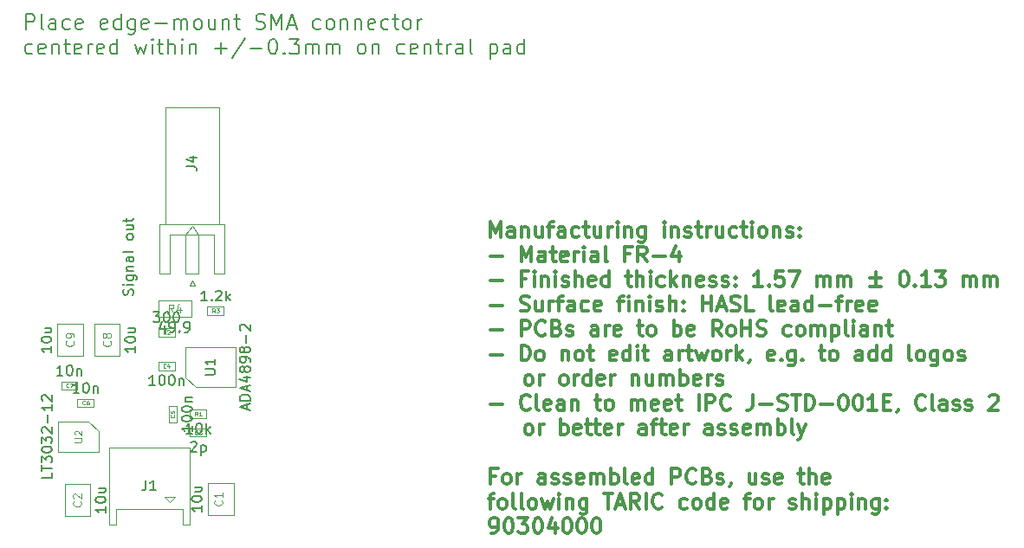
<source format=gbr>
%TF.GenerationSoftware,KiCad,Pcbnew,(6.0.7)*%
%TF.CreationDate,2023-06-20T09:13:34+02:00*%
%TF.ProjectId,SFH203_photodetector,53464832-3033-45f7-9068-6f746f646574,2.2.1*%
%TF.SameCoordinates,Original*%
%TF.FileFunction,AssemblyDrawing,Top*%
%FSLAX46Y46*%
G04 Gerber Fmt 4.6, Leading zero omitted, Abs format (unit mm)*
G04 Created by KiCad (PCBNEW (6.0.7)) date 2023-06-20 09:13:34*
%MOMM*%
%LPD*%
G01*
G04 APERTURE LIST*
%ADD10C,0.150000*%
%ADD11C,0.300000*%
%ADD12C,0.060000*%
%ADD13C,0.120000*%
%ADD14C,0.100000*%
G04 APERTURE END LIST*
D10*
X184954642Y-70971071D02*
X184954642Y-69471071D01*
X185526071Y-69471071D01*
X185668928Y-69542500D01*
X185740357Y-69613928D01*
X185811785Y-69756785D01*
X185811785Y-69971071D01*
X185740357Y-70113928D01*
X185668928Y-70185357D01*
X185526071Y-70256785D01*
X184954642Y-70256785D01*
X186668928Y-70971071D02*
X186526071Y-70899642D01*
X186454642Y-70756785D01*
X186454642Y-69471071D01*
X187883214Y-70971071D02*
X187883214Y-70185357D01*
X187811785Y-70042500D01*
X187668928Y-69971071D01*
X187383214Y-69971071D01*
X187240357Y-70042500D01*
X187883214Y-70899642D02*
X187740357Y-70971071D01*
X187383214Y-70971071D01*
X187240357Y-70899642D01*
X187168928Y-70756785D01*
X187168928Y-70613928D01*
X187240357Y-70471071D01*
X187383214Y-70399642D01*
X187740357Y-70399642D01*
X187883214Y-70328214D01*
X189240357Y-70899642D02*
X189097500Y-70971071D01*
X188811785Y-70971071D01*
X188668928Y-70899642D01*
X188597500Y-70828214D01*
X188526071Y-70685357D01*
X188526071Y-70256785D01*
X188597500Y-70113928D01*
X188668928Y-70042500D01*
X188811785Y-69971071D01*
X189097500Y-69971071D01*
X189240357Y-70042500D01*
X190454642Y-70899642D02*
X190311785Y-70971071D01*
X190026071Y-70971071D01*
X189883214Y-70899642D01*
X189811785Y-70756785D01*
X189811785Y-70185357D01*
X189883214Y-70042500D01*
X190026071Y-69971071D01*
X190311785Y-69971071D01*
X190454642Y-70042500D01*
X190526071Y-70185357D01*
X190526071Y-70328214D01*
X189811785Y-70471071D01*
X192883214Y-70899642D02*
X192740357Y-70971071D01*
X192454642Y-70971071D01*
X192311785Y-70899642D01*
X192240357Y-70756785D01*
X192240357Y-70185357D01*
X192311785Y-70042500D01*
X192454642Y-69971071D01*
X192740357Y-69971071D01*
X192883214Y-70042500D01*
X192954642Y-70185357D01*
X192954642Y-70328214D01*
X192240357Y-70471071D01*
X194240357Y-70971071D02*
X194240357Y-69471071D01*
X194240357Y-70899642D02*
X194097500Y-70971071D01*
X193811785Y-70971071D01*
X193668928Y-70899642D01*
X193597500Y-70828214D01*
X193526071Y-70685357D01*
X193526071Y-70256785D01*
X193597500Y-70113928D01*
X193668928Y-70042500D01*
X193811785Y-69971071D01*
X194097500Y-69971071D01*
X194240357Y-70042500D01*
X195597500Y-69971071D02*
X195597500Y-71185357D01*
X195526071Y-71328214D01*
X195454642Y-71399642D01*
X195311785Y-71471071D01*
X195097500Y-71471071D01*
X194954642Y-71399642D01*
X195597500Y-70899642D02*
X195454642Y-70971071D01*
X195168928Y-70971071D01*
X195026071Y-70899642D01*
X194954642Y-70828214D01*
X194883214Y-70685357D01*
X194883214Y-70256785D01*
X194954642Y-70113928D01*
X195026071Y-70042500D01*
X195168928Y-69971071D01*
X195454642Y-69971071D01*
X195597500Y-70042500D01*
X196883214Y-70899642D02*
X196740357Y-70971071D01*
X196454642Y-70971071D01*
X196311785Y-70899642D01*
X196240357Y-70756785D01*
X196240357Y-70185357D01*
X196311785Y-70042500D01*
X196454642Y-69971071D01*
X196740357Y-69971071D01*
X196883214Y-70042500D01*
X196954642Y-70185357D01*
X196954642Y-70328214D01*
X196240357Y-70471071D01*
X197597500Y-70399642D02*
X198740357Y-70399642D01*
X199454642Y-70971071D02*
X199454642Y-69971071D01*
X199454642Y-70113928D02*
X199526071Y-70042500D01*
X199668928Y-69971071D01*
X199883214Y-69971071D01*
X200026071Y-70042500D01*
X200097500Y-70185357D01*
X200097500Y-70971071D01*
X200097500Y-70185357D02*
X200168928Y-70042500D01*
X200311785Y-69971071D01*
X200526071Y-69971071D01*
X200668928Y-70042500D01*
X200740357Y-70185357D01*
X200740357Y-70971071D01*
X201668928Y-70971071D02*
X201526071Y-70899642D01*
X201454642Y-70828214D01*
X201383214Y-70685357D01*
X201383214Y-70256785D01*
X201454642Y-70113928D01*
X201526071Y-70042500D01*
X201668928Y-69971071D01*
X201883214Y-69971071D01*
X202026071Y-70042500D01*
X202097500Y-70113928D01*
X202168928Y-70256785D01*
X202168928Y-70685357D01*
X202097500Y-70828214D01*
X202026071Y-70899642D01*
X201883214Y-70971071D01*
X201668928Y-70971071D01*
X203454642Y-69971071D02*
X203454642Y-70971071D01*
X202811785Y-69971071D02*
X202811785Y-70756785D01*
X202883214Y-70899642D01*
X203026071Y-70971071D01*
X203240357Y-70971071D01*
X203383214Y-70899642D01*
X203454642Y-70828214D01*
X204168928Y-69971071D02*
X204168928Y-70971071D01*
X204168928Y-70113928D02*
X204240357Y-70042500D01*
X204383214Y-69971071D01*
X204597500Y-69971071D01*
X204740357Y-70042500D01*
X204811785Y-70185357D01*
X204811785Y-70971071D01*
X205311785Y-69971071D02*
X205883214Y-69971071D01*
X205526071Y-69471071D02*
X205526071Y-70756785D01*
X205597500Y-70899642D01*
X205740357Y-70971071D01*
X205883214Y-70971071D01*
X207454642Y-70899642D02*
X207668928Y-70971071D01*
X208026071Y-70971071D01*
X208168928Y-70899642D01*
X208240357Y-70828214D01*
X208311785Y-70685357D01*
X208311785Y-70542500D01*
X208240357Y-70399642D01*
X208168928Y-70328214D01*
X208026071Y-70256785D01*
X207740357Y-70185357D01*
X207597500Y-70113928D01*
X207526071Y-70042500D01*
X207454642Y-69899642D01*
X207454642Y-69756785D01*
X207526071Y-69613928D01*
X207597500Y-69542500D01*
X207740357Y-69471071D01*
X208097500Y-69471071D01*
X208311785Y-69542500D01*
X208954642Y-70971071D02*
X208954642Y-69471071D01*
X209454642Y-70542500D01*
X209954642Y-69471071D01*
X209954642Y-70971071D01*
X210597500Y-70542500D02*
X211311785Y-70542500D01*
X210454642Y-70971071D02*
X210954642Y-69471071D01*
X211454642Y-70971071D01*
X213740357Y-70899642D02*
X213597500Y-70971071D01*
X213311785Y-70971071D01*
X213168928Y-70899642D01*
X213097500Y-70828214D01*
X213026071Y-70685357D01*
X213026071Y-70256785D01*
X213097500Y-70113928D01*
X213168928Y-70042500D01*
X213311785Y-69971071D01*
X213597500Y-69971071D01*
X213740357Y-70042500D01*
X214597500Y-70971071D02*
X214454642Y-70899642D01*
X214383214Y-70828214D01*
X214311785Y-70685357D01*
X214311785Y-70256785D01*
X214383214Y-70113928D01*
X214454642Y-70042500D01*
X214597500Y-69971071D01*
X214811785Y-69971071D01*
X214954642Y-70042500D01*
X215026071Y-70113928D01*
X215097500Y-70256785D01*
X215097500Y-70685357D01*
X215026071Y-70828214D01*
X214954642Y-70899642D01*
X214811785Y-70971071D01*
X214597500Y-70971071D01*
X215740357Y-69971071D02*
X215740357Y-70971071D01*
X215740357Y-70113928D02*
X215811785Y-70042500D01*
X215954642Y-69971071D01*
X216168928Y-69971071D01*
X216311785Y-70042500D01*
X216383214Y-70185357D01*
X216383214Y-70971071D01*
X217097500Y-69971071D02*
X217097500Y-70971071D01*
X217097500Y-70113928D02*
X217168928Y-70042500D01*
X217311785Y-69971071D01*
X217526071Y-69971071D01*
X217668928Y-70042500D01*
X217740357Y-70185357D01*
X217740357Y-70971071D01*
X219026071Y-70899642D02*
X218883214Y-70971071D01*
X218597500Y-70971071D01*
X218454642Y-70899642D01*
X218383214Y-70756785D01*
X218383214Y-70185357D01*
X218454642Y-70042500D01*
X218597500Y-69971071D01*
X218883214Y-69971071D01*
X219026071Y-70042500D01*
X219097500Y-70185357D01*
X219097500Y-70328214D01*
X218383214Y-70471071D01*
X220383214Y-70899642D02*
X220240357Y-70971071D01*
X219954642Y-70971071D01*
X219811785Y-70899642D01*
X219740357Y-70828214D01*
X219668928Y-70685357D01*
X219668928Y-70256785D01*
X219740357Y-70113928D01*
X219811785Y-70042500D01*
X219954642Y-69971071D01*
X220240357Y-69971071D01*
X220383214Y-70042500D01*
X220811785Y-69971071D02*
X221383214Y-69971071D01*
X221026071Y-69471071D02*
X221026071Y-70756785D01*
X221097500Y-70899642D01*
X221240357Y-70971071D01*
X221383214Y-70971071D01*
X222097500Y-70971071D02*
X221954642Y-70899642D01*
X221883214Y-70828214D01*
X221811785Y-70685357D01*
X221811785Y-70256785D01*
X221883214Y-70113928D01*
X221954642Y-70042500D01*
X222097500Y-69971071D01*
X222311785Y-69971071D01*
X222454642Y-70042500D01*
X222526071Y-70113928D01*
X222597500Y-70256785D01*
X222597500Y-70685357D01*
X222526071Y-70828214D01*
X222454642Y-70899642D01*
X222311785Y-70971071D01*
X222097500Y-70971071D01*
X223240357Y-70971071D02*
X223240357Y-69971071D01*
X223240357Y-70256785D02*
X223311785Y-70113928D01*
X223383214Y-70042500D01*
X223526071Y-69971071D01*
X223668928Y-69971071D01*
X185597500Y-73314642D02*
X185454642Y-73386071D01*
X185168928Y-73386071D01*
X185026071Y-73314642D01*
X184954642Y-73243214D01*
X184883214Y-73100357D01*
X184883214Y-72671785D01*
X184954642Y-72528928D01*
X185026071Y-72457500D01*
X185168928Y-72386071D01*
X185454642Y-72386071D01*
X185597500Y-72457500D01*
X186811785Y-73314642D02*
X186668928Y-73386071D01*
X186383214Y-73386071D01*
X186240357Y-73314642D01*
X186168928Y-73171785D01*
X186168928Y-72600357D01*
X186240357Y-72457500D01*
X186383214Y-72386071D01*
X186668928Y-72386071D01*
X186811785Y-72457500D01*
X186883214Y-72600357D01*
X186883214Y-72743214D01*
X186168928Y-72886071D01*
X187526071Y-72386071D02*
X187526071Y-73386071D01*
X187526071Y-72528928D02*
X187597500Y-72457500D01*
X187740357Y-72386071D01*
X187954642Y-72386071D01*
X188097500Y-72457500D01*
X188168928Y-72600357D01*
X188168928Y-73386071D01*
X188668928Y-72386071D02*
X189240357Y-72386071D01*
X188883214Y-71886071D02*
X188883214Y-73171785D01*
X188954642Y-73314642D01*
X189097500Y-73386071D01*
X189240357Y-73386071D01*
X190311785Y-73314642D02*
X190168928Y-73386071D01*
X189883214Y-73386071D01*
X189740357Y-73314642D01*
X189668928Y-73171785D01*
X189668928Y-72600357D01*
X189740357Y-72457500D01*
X189883214Y-72386071D01*
X190168928Y-72386071D01*
X190311785Y-72457500D01*
X190383214Y-72600357D01*
X190383214Y-72743214D01*
X189668928Y-72886071D01*
X191026071Y-73386071D02*
X191026071Y-72386071D01*
X191026071Y-72671785D02*
X191097500Y-72528928D01*
X191168928Y-72457500D01*
X191311785Y-72386071D01*
X191454642Y-72386071D01*
X192526071Y-73314642D02*
X192383214Y-73386071D01*
X192097500Y-73386071D01*
X191954642Y-73314642D01*
X191883214Y-73171785D01*
X191883214Y-72600357D01*
X191954642Y-72457500D01*
X192097500Y-72386071D01*
X192383214Y-72386071D01*
X192526071Y-72457500D01*
X192597500Y-72600357D01*
X192597500Y-72743214D01*
X191883214Y-72886071D01*
X193883214Y-73386071D02*
X193883214Y-71886071D01*
X193883214Y-73314642D02*
X193740357Y-73386071D01*
X193454642Y-73386071D01*
X193311785Y-73314642D01*
X193240357Y-73243214D01*
X193168928Y-73100357D01*
X193168928Y-72671785D01*
X193240357Y-72528928D01*
X193311785Y-72457500D01*
X193454642Y-72386071D01*
X193740357Y-72386071D01*
X193883214Y-72457500D01*
X195597500Y-72386071D02*
X195883214Y-73386071D01*
X196168928Y-72671785D01*
X196454642Y-73386071D01*
X196740357Y-72386071D01*
X197311785Y-73386071D02*
X197311785Y-72386071D01*
X197311785Y-71886071D02*
X197240357Y-71957500D01*
X197311785Y-72028928D01*
X197383214Y-71957500D01*
X197311785Y-71886071D01*
X197311785Y-72028928D01*
X197811785Y-72386071D02*
X198383214Y-72386071D01*
X198026071Y-71886071D02*
X198026071Y-73171785D01*
X198097500Y-73314642D01*
X198240357Y-73386071D01*
X198383214Y-73386071D01*
X198883214Y-73386071D02*
X198883214Y-71886071D01*
X199526071Y-73386071D02*
X199526071Y-72600357D01*
X199454642Y-72457500D01*
X199311785Y-72386071D01*
X199097500Y-72386071D01*
X198954642Y-72457500D01*
X198883214Y-72528928D01*
X200240357Y-73386071D02*
X200240357Y-72386071D01*
X200240357Y-71886071D02*
X200168928Y-71957500D01*
X200240357Y-72028928D01*
X200311785Y-71957500D01*
X200240357Y-71886071D01*
X200240357Y-72028928D01*
X200954642Y-72386071D02*
X200954642Y-73386071D01*
X200954642Y-72528928D02*
X201026071Y-72457500D01*
X201168928Y-72386071D01*
X201383214Y-72386071D01*
X201526071Y-72457500D01*
X201597500Y-72600357D01*
X201597500Y-73386071D01*
X203454642Y-72814642D02*
X204597500Y-72814642D01*
X204026071Y-73386071D02*
X204026071Y-72243214D01*
X206383214Y-71814642D02*
X205097500Y-73743214D01*
X206883214Y-72814642D02*
X208026071Y-72814642D01*
X209026071Y-71886071D02*
X209168928Y-71886071D01*
X209311785Y-71957500D01*
X209383214Y-72028928D01*
X209454642Y-72171785D01*
X209526071Y-72457500D01*
X209526071Y-72814642D01*
X209454642Y-73100357D01*
X209383214Y-73243214D01*
X209311785Y-73314642D01*
X209168928Y-73386071D01*
X209026071Y-73386071D01*
X208883214Y-73314642D01*
X208811785Y-73243214D01*
X208740357Y-73100357D01*
X208668928Y-72814642D01*
X208668928Y-72457500D01*
X208740357Y-72171785D01*
X208811785Y-72028928D01*
X208883214Y-71957500D01*
X209026071Y-71886071D01*
X210168928Y-73243214D02*
X210240357Y-73314642D01*
X210168928Y-73386071D01*
X210097500Y-73314642D01*
X210168928Y-73243214D01*
X210168928Y-73386071D01*
X210740357Y-71886071D02*
X211668928Y-71886071D01*
X211168928Y-72457500D01*
X211383214Y-72457500D01*
X211526071Y-72528928D01*
X211597500Y-72600357D01*
X211668928Y-72743214D01*
X211668928Y-73100357D01*
X211597500Y-73243214D01*
X211526071Y-73314642D01*
X211383214Y-73386071D01*
X210954642Y-73386071D01*
X210811785Y-73314642D01*
X210740357Y-73243214D01*
X212311785Y-73386071D02*
X212311785Y-72386071D01*
X212311785Y-72528928D02*
X212383214Y-72457500D01*
X212526071Y-72386071D01*
X212740357Y-72386071D01*
X212883214Y-72457500D01*
X212954642Y-72600357D01*
X212954642Y-73386071D01*
X212954642Y-72600357D02*
X213026071Y-72457500D01*
X213168928Y-72386071D01*
X213383214Y-72386071D01*
X213526071Y-72457500D01*
X213597500Y-72600357D01*
X213597500Y-73386071D01*
X214311785Y-73386071D02*
X214311785Y-72386071D01*
X214311785Y-72528928D02*
X214383214Y-72457500D01*
X214526071Y-72386071D01*
X214740357Y-72386071D01*
X214883214Y-72457500D01*
X214954642Y-72600357D01*
X214954642Y-73386071D01*
X214954642Y-72600357D02*
X215026071Y-72457500D01*
X215168928Y-72386071D01*
X215383214Y-72386071D01*
X215526071Y-72457500D01*
X215597500Y-72600357D01*
X215597500Y-73386071D01*
X217668928Y-73386071D02*
X217526071Y-73314642D01*
X217454642Y-73243214D01*
X217383214Y-73100357D01*
X217383214Y-72671785D01*
X217454642Y-72528928D01*
X217526071Y-72457500D01*
X217668928Y-72386071D01*
X217883214Y-72386071D01*
X218026071Y-72457500D01*
X218097500Y-72528928D01*
X218168928Y-72671785D01*
X218168928Y-73100357D01*
X218097500Y-73243214D01*
X218026071Y-73314642D01*
X217883214Y-73386071D01*
X217668928Y-73386071D01*
X218811785Y-72386071D02*
X218811785Y-73386071D01*
X218811785Y-72528928D02*
X218883214Y-72457500D01*
X219026071Y-72386071D01*
X219240357Y-72386071D01*
X219383214Y-72457500D01*
X219454642Y-72600357D01*
X219454642Y-73386071D01*
X221954642Y-73314642D02*
X221811785Y-73386071D01*
X221526071Y-73386071D01*
X221383214Y-73314642D01*
X221311785Y-73243214D01*
X221240357Y-73100357D01*
X221240357Y-72671785D01*
X221311785Y-72528928D01*
X221383214Y-72457500D01*
X221526071Y-72386071D01*
X221811785Y-72386071D01*
X221954642Y-72457500D01*
X223168928Y-73314642D02*
X223026071Y-73386071D01*
X222740357Y-73386071D01*
X222597500Y-73314642D01*
X222526071Y-73171785D01*
X222526071Y-72600357D01*
X222597500Y-72457500D01*
X222740357Y-72386071D01*
X223026071Y-72386071D01*
X223168928Y-72457500D01*
X223240357Y-72600357D01*
X223240357Y-72743214D01*
X222526071Y-72886071D01*
X223883214Y-72386071D02*
X223883214Y-73386071D01*
X223883214Y-72528928D02*
X223954642Y-72457500D01*
X224097500Y-72386071D01*
X224311785Y-72386071D01*
X224454642Y-72457500D01*
X224526071Y-72600357D01*
X224526071Y-73386071D01*
X225026071Y-72386071D02*
X225597500Y-72386071D01*
X225240357Y-71886071D02*
X225240357Y-73171785D01*
X225311785Y-73314642D01*
X225454642Y-73386071D01*
X225597500Y-73386071D01*
X226097500Y-73386071D02*
X226097500Y-72386071D01*
X226097500Y-72671785D02*
X226168928Y-72528928D01*
X226240357Y-72457500D01*
X226383214Y-72386071D01*
X226526071Y-72386071D01*
X227668928Y-73386071D02*
X227668928Y-72600357D01*
X227597500Y-72457500D01*
X227454642Y-72386071D01*
X227168928Y-72386071D01*
X227026071Y-72457500D01*
X227668928Y-73314642D02*
X227526071Y-73386071D01*
X227168928Y-73386071D01*
X227026071Y-73314642D01*
X226954642Y-73171785D01*
X226954642Y-73028928D01*
X227026071Y-72886071D01*
X227168928Y-72814642D01*
X227526071Y-72814642D01*
X227668928Y-72743214D01*
X228597500Y-73386071D02*
X228454642Y-73314642D01*
X228383214Y-73171785D01*
X228383214Y-71886071D01*
X230311785Y-72386071D02*
X230311785Y-73886071D01*
X230311785Y-72457500D02*
X230454642Y-72386071D01*
X230740357Y-72386071D01*
X230883214Y-72457500D01*
X230954642Y-72528928D01*
X231026071Y-72671785D01*
X231026071Y-73100357D01*
X230954642Y-73243214D01*
X230883214Y-73314642D01*
X230740357Y-73386071D01*
X230454642Y-73386071D01*
X230311785Y-73314642D01*
X232311785Y-73386071D02*
X232311785Y-72600357D01*
X232240357Y-72457500D01*
X232097500Y-72386071D01*
X231811785Y-72386071D01*
X231668928Y-72457500D01*
X232311785Y-73314642D02*
X232168928Y-73386071D01*
X231811785Y-73386071D01*
X231668928Y-73314642D01*
X231597500Y-73171785D01*
X231597500Y-73028928D01*
X231668928Y-72886071D01*
X231811785Y-72814642D01*
X232168928Y-72814642D01*
X232311785Y-72743214D01*
X233668928Y-73386071D02*
X233668928Y-71886071D01*
X233668928Y-73314642D02*
X233526071Y-73386071D01*
X233240357Y-73386071D01*
X233097500Y-73314642D01*
X233026071Y-73243214D01*
X232954642Y-73100357D01*
X232954642Y-72671785D01*
X233026071Y-72528928D01*
X233097500Y-72457500D01*
X233240357Y-72386071D01*
X233526071Y-72386071D01*
X233668928Y-72457500D01*
D11*
X230352142Y-91288571D02*
X230352142Y-89788571D01*
X230852142Y-90860000D01*
X231352142Y-89788571D01*
X231352142Y-91288571D01*
X232709285Y-91288571D02*
X232709285Y-90502857D01*
X232637857Y-90360000D01*
X232495000Y-90288571D01*
X232209285Y-90288571D01*
X232066428Y-90360000D01*
X232709285Y-91217142D02*
X232566428Y-91288571D01*
X232209285Y-91288571D01*
X232066428Y-91217142D01*
X231995000Y-91074285D01*
X231995000Y-90931428D01*
X232066428Y-90788571D01*
X232209285Y-90717142D01*
X232566428Y-90717142D01*
X232709285Y-90645714D01*
X233423571Y-90288571D02*
X233423571Y-91288571D01*
X233423571Y-90431428D02*
X233495000Y-90360000D01*
X233637857Y-90288571D01*
X233852142Y-90288571D01*
X233995000Y-90360000D01*
X234066428Y-90502857D01*
X234066428Y-91288571D01*
X235423571Y-90288571D02*
X235423571Y-91288571D01*
X234780714Y-90288571D02*
X234780714Y-91074285D01*
X234852142Y-91217142D01*
X234995000Y-91288571D01*
X235209285Y-91288571D01*
X235352142Y-91217142D01*
X235423571Y-91145714D01*
X235923571Y-90288571D02*
X236495000Y-90288571D01*
X236137857Y-91288571D02*
X236137857Y-90002857D01*
X236209285Y-89860000D01*
X236352142Y-89788571D01*
X236495000Y-89788571D01*
X237637857Y-91288571D02*
X237637857Y-90502857D01*
X237566428Y-90360000D01*
X237423571Y-90288571D01*
X237137857Y-90288571D01*
X236995000Y-90360000D01*
X237637857Y-91217142D02*
X237495000Y-91288571D01*
X237137857Y-91288571D01*
X236995000Y-91217142D01*
X236923571Y-91074285D01*
X236923571Y-90931428D01*
X236995000Y-90788571D01*
X237137857Y-90717142D01*
X237495000Y-90717142D01*
X237637857Y-90645714D01*
X238995000Y-91217142D02*
X238852142Y-91288571D01*
X238566428Y-91288571D01*
X238423571Y-91217142D01*
X238352142Y-91145714D01*
X238280714Y-91002857D01*
X238280714Y-90574285D01*
X238352142Y-90431428D01*
X238423571Y-90360000D01*
X238566428Y-90288571D01*
X238852142Y-90288571D01*
X238995000Y-90360000D01*
X239423571Y-90288571D02*
X239995000Y-90288571D01*
X239637857Y-89788571D02*
X239637857Y-91074285D01*
X239709285Y-91217142D01*
X239852142Y-91288571D01*
X239995000Y-91288571D01*
X241137857Y-90288571D02*
X241137857Y-91288571D01*
X240495000Y-90288571D02*
X240495000Y-91074285D01*
X240566428Y-91217142D01*
X240709285Y-91288571D01*
X240923571Y-91288571D01*
X241066428Y-91217142D01*
X241137857Y-91145714D01*
X241852142Y-91288571D02*
X241852142Y-90288571D01*
X241852142Y-90574285D02*
X241923571Y-90431428D01*
X241995000Y-90360000D01*
X242137857Y-90288571D01*
X242280714Y-90288571D01*
X242780714Y-91288571D02*
X242780714Y-90288571D01*
X242780714Y-89788571D02*
X242709285Y-89860000D01*
X242780714Y-89931428D01*
X242852142Y-89860000D01*
X242780714Y-89788571D01*
X242780714Y-89931428D01*
X243495000Y-90288571D02*
X243495000Y-91288571D01*
X243495000Y-90431428D02*
X243566428Y-90360000D01*
X243709285Y-90288571D01*
X243923571Y-90288571D01*
X244066428Y-90360000D01*
X244137857Y-90502857D01*
X244137857Y-91288571D01*
X245495000Y-90288571D02*
X245495000Y-91502857D01*
X245423571Y-91645714D01*
X245352142Y-91717142D01*
X245209285Y-91788571D01*
X244995000Y-91788571D01*
X244852142Y-91717142D01*
X245495000Y-91217142D02*
X245352142Y-91288571D01*
X245066428Y-91288571D01*
X244923571Y-91217142D01*
X244852142Y-91145714D01*
X244780714Y-91002857D01*
X244780714Y-90574285D01*
X244852142Y-90431428D01*
X244923571Y-90360000D01*
X245066428Y-90288571D01*
X245352142Y-90288571D01*
X245495000Y-90360000D01*
X247352142Y-91288571D02*
X247352142Y-90288571D01*
X247352142Y-89788571D02*
X247280714Y-89860000D01*
X247352142Y-89931428D01*
X247423571Y-89860000D01*
X247352142Y-89788571D01*
X247352142Y-89931428D01*
X248066428Y-90288571D02*
X248066428Y-91288571D01*
X248066428Y-90431428D02*
X248137857Y-90360000D01*
X248280714Y-90288571D01*
X248495000Y-90288571D01*
X248637857Y-90360000D01*
X248709285Y-90502857D01*
X248709285Y-91288571D01*
X249352142Y-91217142D02*
X249495000Y-91288571D01*
X249780714Y-91288571D01*
X249923571Y-91217142D01*
X249995000Y-91074285D01*
X249995000Y-91002857D01*
X249923571Y-90860000D01*
X249780714Y-90788571D01*
X249566428Y-90788571D01*
X249423571Y-90717142D01*
X249352142Y-90574285D01*
X249352142Y-90502857D01*
X249423571Y-90360000D01*
X249566428Y-90288571D01*
X249780714Y-90288571D01*
X249923571Y-90360000D01*
X250423571Y-90288571D02*
X250995000Y-90288571D01*
X250637857Y-89788571D02*
X250637857Y-91074285D01*
X250709285Y-91217142D01*
X250852142Y-91288571D01*
X250995000Y-91288571D01*
X251495000Y-91288571D02*
X251495000Y-90288571D01*
X251495000Y-90574285D02*
X251566428Y-90431428D01*
X251637857Y-90360000D01*
X251780714Y-90288571D01*
X251923571Y-90288571D01*
X253066428Y-90288571D02*
X253066428Y-91288571D01*
X252423571Y-90288571D02*
X252423571Y-91074285D01*
X252495000Y-91217142D01*
X252637857Y-91288571D01*
X252852142Y-91288571D01*
X252995000Y-91217142D01*
X253066428Y-91145714D01*
X254423571Y-91217142D02*
X254280714Y-91288571D01*
X253995000Y-91288571D01*
X253852142Y-91217142D01*
X253780714Y-91145714D01*
X253709285Y-91002857D01*
X253709285Y-90574285D01*
X253780714Y-90431428D01*
X253852142Y-90360000D01*
X253995000Y-90288571D01*
X254280714Y-90288571D01*
X254423571Y-90360000D01*
X254852142Y-90288571D02*
X255423571Y-90288571D01*
X255066428Y-89788571D02*
X255066428Y-91074285D01*
X255137857Y-91217142D01*
X255280714Y-91288571D01*
X255423571Y-91288571D01*
X255923571Y-91288571D02*
X255923571Y-90288571D01*
X255923571Y-89788571D02*
X255852142Y-89860000D01*
X255923571Y-89931428D01*
X255995000Y-89860000D01*
X255923571Y-89788571D01*
X255923571Y-89931428D01*
X256852142Y-91288571D02*
X256709285Y-91217142D01*
X256637857Y-91145714D01*
X256566428Y-91002857D01*
X256566428Y-90574285D01*
X256637857Y-90431428D01*
X256709285Y-90360000D01*
X256852142Y-90288571D01*
X257066428Y-90288571D01*
X257209285Y-90360000D01*
X257280714Y-90431428D01*
X257352142Y-90574285D01*
X257352142Y-91002857D01*
X257280714Y-91145714D01*
X257209285Y-91217142D01*
X257066428Y-91288571D01*
X256852142Y-91288571D01*
X257995000Y-90288571D02*
X257995000Y-91288571D01*
X257995000Y-90431428D02*
X258066428Y-90360000D01*
X258209285Y-90288571D01*
X258423571Y-90288571D01*
X258566428Y-90360000D01*
X258637857Y-90502857D01*
X258637857Y-91288571D01*
X259280714Y-91217142D02*
X259423571Y-91288571D01*
X259709285Y-91288571D01*
X259852142Y-91217142D01*
X259923571Y-91074285D01*
X259923571Y-91002857D01*
X259852142Y-90860000D01*
X259709285Y-90788571D01*
X259495000Y-90788571D01*
X259352142Y-90717142D01*
X259280714Y-90574285D01*
X259280714Y-90502857D01*
X259352142Y-90360000D01*
X259495000Y-90288571D01*
X259709285Y-90288571D01*
X259852142Y-90360000D01*
X260566428Y-91145714D02*
X260637857Y-91217142D01*
X260566428Y-91288571D01*
X260495000Y-91217142D01*
X260566428Y-91145714D01*
X260566428Y-91288571D01*
X260566428Y-90360000D02*
X260637857Y-90431428D01*
X260566428Y-90502857D01*
X260495000Y-90431428D01*
X260566428Y-90360000D01*
X260566428Y-90502857D01*
X230352142Y-93132142D02*
X231495000Y-93132142D01*
X233352142Y-93703571D02*
X233352142Y-92203571D01*
X233852142Y-93275000D01*
X234352142Y-92203571D01*
X234352142Y-93703571D01*
X235709285Y-93703571D02*
X235709285Y-92917857D01*
X235637857Y-92775000D01*
X235495000Y-92703571D01*
X235209285Y-92703571D01*
X235066428Y-92775000D01*
X235709285Y-93632142D02*
X235566428Y-93703571D01*
X235209285Y-93703571D01*
X235066428Y-93632142D01*
X234995000Y-93489285D01*
X234995000Y-93346428D01*
X235066428Y-93203571D01*
X235209285Y-93132142D01*
X235566428Y-93132142D01*
X235709285Y-93060714D01*
X236209285Y-92703571D02*
X236780714Y-92703571D01*
X236423571Y-92203571D02*
X236423571Y-93489285D01*
X236495000Y-93632142D01*
X236637857Y-93703571D01*
X236780714Y-93703571D01*
X237852142Y-93632142D02*
X237709285Y-93703571D01*
X237423571Y-93703571D01*
X237280714Y-93632142D01*
X237209285Y-93489285D01*
X237209285Y-92917857D01*
X237280714Y-92775000D01*
X237423571Y-92703571D01*
X237709285Y-92703571D01*
X237852142Y-92775000D01*
X237923571Y-92917857D01*
X237923571Y-93060714D01*
X237209285Y-93203571D01*
X238566428Y-93703571D02*
X238566428Y-92703571D01*
X238566428Y-92989285D02*
X238637857Y-92846428D01*
X238709285Y-92775000D01*
X238852142Y-92703571D01*
X238995000Y-92703571D01*
X239495000Y-93703571D02*
X239495000Y-92703571D01*
X239495000Y-92203571D02*
X239423571Y-92275000D01*
X239495000Y-92346428D01*
X239566428Y-92275000D01*
X239495000Y-92203571D01*
X239495000Y-92346428D01*
X240852142Y-93703571D02*
X240852142Y-92917857D01*
X240780714Y-92775000D01*
X240637857Y-92703571D01*
X240352142Y-92703571D01*
X240209285Y-92775000D01*
X240852142Y-93632142D02*
X240709285Y-93703571D01*
X240352142Y-93703571D01*
X240209285Y-93632142D01*
X240137857Y-93489285D01*
X240137857Y-93346428D01*
X240209285Y-93203571D01*
X240352142Y-93132142D01*
X240709285Y-93132142D01*
X240852142Y-93060714D01*
X241780714Y-93703571D02*
X241637857Y-93632142D01*
X241566428Y-93489285D01*
X241566428Y-92203571D01*
X243995000Y-92917857D02*
X243495000Y-92917857D01*
X243495000Y-93703571D02*
X243495000Y-92203571D01*
X244209285Y-92203571D01*
X245637857Y-93703571D02*
X245137857Y-92989285D01*
X244780714Y-93703571D02*
X244780714Y-92203571D01*
X245352142Y-92203571D01*
X245495000Y-92275000D01*
X245566428Y-92346428D01*
X245637857Y-92489285D01*
X245637857Y-92703571D01*
X245566428Y-92846428D01*
X245495000Y-92917857D01*
X245352142Y-92989285D01*
X244780714Y-92989285D01*
X246280714Y-93132142D02*
X247423571Y-93132142D01*
X248780714Y-92703571D02*
X248780714Y-93703571D01*
X248423571Y-92132142D02*
X248066428Y-93203571D01*
X248995000Y-93203571D01*
X230352142Y-95547142D02*
X231495000Y-95547142D01*
X233852142Y-95332857D02*
X233352142Y-95332857D01*
X233352142Y-96118571D02*
X233352142Y-94618571D01*
X234066428Y-94618571D01*
X234637857Y-96118571D02*
X234637857Y-95118571D01*
X234637857Y-94618571D02*
X234566428Y-94690000D01*
X234637857Y-94761428D01*
X234709285Y-94690000D01*
X234637857Y-94618571D01*
X234637857Y-94761428D01*
X235352142Y-95118571D02*
X235352142Y-96118571D01*
X235352142Y-95261428D02*
X235423571Y-95190000D01*
X235566428Y-95118571D01*
X235780714Y-95118571D01*
X235923571Y-95190000D01*
X235995000Y-95332857D01*
X235995000Y-96118571D01*
X236709285Y-96118571D02*
X236709285Y-95118571D01*
X236709285Y-94618571D02*
X236637857Y-94690000D01*
X236709285Y-94761428D01*
X236780714Y-94690000D01*
X236709285Y-94618571D01*
X236709285Y-94761428D01*
X237352142Y-96047142D02*
X237495000Y-96118571D01*
X237780714Y-96118571D01*
X237923571Y-96047142D01*
X237995000Y-95904285D01*
X237995000Y-95832857D01*
X237923571Y-95690000D01*
X237780714Y-95618571D01*
X237566428Y-95618571D01*
X237423571Y-95547142D01*
X237352142Y-95404285D01*
X237352142Y-95332857D01*
X237423571Y-95190000D01*
X237566428Y-95118571D01*
X237780714Y-95118571D01*
X237923571Y-95190000D01*
X238637857Y-96118571D02*
X238637857Y-94618571D01*
X239280714Y-96118571D02*
X239280714Y-95332857D01*
X239209285Y-95190000D01*
X239066428Y-95118571D01*
X238852142Y-95118571D01*
X238709285Y-95190000D01*
X238637857Y-95261428D01*
X240566428Y-96047142D02*
X240423571Y-96118571D01*
X240137857Y-96118571D01*
X239995000Y-96047142D01*
X239923571Y-95904285D01*
X239923571Y-95332857D01*
X239995000Y-95190000D01*
X240137857Y-95118571D01*
X240423571Y-95118571D01*
X240566428Y-95190000D01*
X240637857Y-95332857D01*
X240637857Y-95475714D01*
X239923571Y-95618571D01*
X241923571Y-96118571D02*
X241923571Y-94618571D01*
X241923571Y-96047142D02*
X241780714Y-96118571D01*
X241495000Y-96118571D01*
X241352142Y-96047142D01*
X241280714Y-95975714D01*
X241209285Y-95832857D01*
X241209285Y-95404285D01*
X241280714Y-95261428D01*
X241352142Y-95190000D01*
X241495000Y-95118571D01*
X241780714Y-95118571D01*
X241923571Y-95190000D01*
X243566428Y-95118571D02*
X244137857Y-95118571D01*
X243780714Y-94618571D02*
X243780714Y-95904285D01*
X243852142Y-96047142D01*
X243995000Y-96118571D01*
X244137857Y-96118571D01*
X244637857Y-96118571D02*
X244637857Y-94618571D01*
X245280714Y-96118571D02*
X245280714Y-95332857D01*
X245209285Y-95190000D01*
X245066428Y-95118571D01*
X244852142Y-95118571D01*
X244709285Y-95190000D01*
X244637857Y-95261428D01*
X245995000Y-96118571D02*
X245995000Y-95118571D01*
X245995000Y-94618571D02*
X245923571Y-94690000D01*
X245995000Y-94761428D01*
X246066428Y-94690000D01*
X245995000Y-94618571D01*
X245995000Y-94761428D01*
X247352142Y-96047142D02*
X247209285Y-96118571D01*
X246923571Y-96118571D01*
X246780714Y-96047142D01*
X246709285Y-95975714D01*
X246637857Y-95832857D01*
X246637857Y-95404285D01*
X246709285Y-95261428D01*
X246780714Y-95190000D01*
X246923571Y-95118571D01*
X247209285Y-95118571D01*
X247352142Y-95190000D01*
X247995000Y-96118571D02*
X247995000Y-94618571D01*
X248137857Y-95547142D02*
X248566428Y-96118571D01*
X248566428Y-95118571D02*
X247995000Y-95690000D01*
X249209285Y-95118571D02*
X249209285Y-96118571D01*
X249209285Y-95261428D02*
X249280714Y-95190000D01*
X249423571Y-95118571D01*
X249637857Y-95118571D01*
X249780714Y-95190000D01*
X249852142Y-95332857D01*
X249852142Y-96118571D01*
X251137857Y-96047142D02*
X250995000Y-96118571D01*
X250709285Y-96118571D01*
X250566428Y-96047142D01*
X250495000Y-95904285D01*
X250495000Y-95332857D01*
X250566428Y-95190000D01*
X250709285Y-95118571D01*
X250995000Y-95118571D01*
X251137857Y-95190000D01*
X251209285Y-95332857D01*
X251209285Y-95475714D01*
X250495000Y-95618571D01*
X251780714Y-96047142D02*
X251923571Y-96118571D01*
X252209285Y-96118571D01*
X252352142Y-96047142D01*
X252423571Y-95904285D01*
X252423571Y-95832857D01*
X252352142Y-95690000D01*
X252209285Y-95618571D01*
X251995000Y-95618571D01*
X251852142Y-95547142D01*
X251780714Y-95404285D01*
X251780714Y-95332857D01*
X251852142Y-95190000D01*
X251995000Y-95118571D01*
X252209285Y-95118571D01*
X252352142Y-95190000D01*
X252995000Y-96047142D02*
X253137857Y-96118571D01*
X253423571Y-96118571D01*
X253566428Y-96047142D01*
X253637857Y-95904285D01*
X253637857Y-95832857D01*
X253566428Y-95690000D01*
X253423571Y-95618571D01*
X253209285Y-95618571D01*
X253066428Y-95547142D01*
X252995000Y-95404285D01*
X252995000Y-95332857D01*
X253066428Y-95190000D01*
X253209285Y-95118571D01*
X253423571Y-95118571D01*
X253566428Y-95190000D01*
X254280714Y-95975714D02*
X254352142Y-96047142D01*
X254280714Y-96118571D01*
X254209285Y-96047142D01*
X254280714Y-95975714D01*
X254280714Y-96118571D01*
X254280714Y-95190000D02*
X254352142Y-95261428D01*
X254280714Y-95332857D01*
X254209285Y-95261428D01*
X254280714Y-95190000D01*
X254280714Y-95332857D01*
X256923571Y-96118571D02*
X256066428Y-96118571D01*
X256495000Y-96118571D02*
X256495000Y-94618571D01*
X256352142Y-94832857D01*
X256209285Y-94975714D01*
X256066428Y-95047142D01*
X257566428Y-95975714D02*
X257637857Y-96047142D01*
X257566428Y-96118571D01*
X257495000Y-96047142D01*
X257566428Y-95975714D01*
X257566428Y-96118571D01*
X258995000Y-94618571D02*
X258280714Y-94618571D01*
X258209285Y-95332857D01*
X258280714Y-95261428D01*
X258423571Y-95190000D01*
X258780714Y-95190000D01*
X258923571Y-95261428D01*
X258995000Y-95332857D01*
X259066428Y-95475714D01*
X259066428Y-95832857D01*
X258995000Y-95975714D01*
X258923571Y-96047142D01*
X258780714Y-96118571D01*
X258423571Y-96118571D01*
X258280714Y-96047142D01*
X258209285Y-95975714D01*
X259566428Y-94618571D02*
X260566428Y-94618571D01*
X259923571Y-96118571D01*
X262280714Y-96118571D02*
X262280714Y-95118571D01*
X262280714Y-95261428D02*
X262352142Y-95190000D01*
X262495000Y-95118571D01*
X262709285Y-95118571D01*
X262852142Y-95190000D01*
X262923571Y-95332857D01*
X262923571Y-96118571D01*
X262923571Y-95332857D02*
X262995000Y-95190000D01*
X263137857Y-95118571D01*
X263352142Y-95118571D01*
X263495000Y-95190000D01*
X263566428Y-95332857D01*
X263566428Y-96118571D01*
X264280714Y-96118571D02*
X264280714Y-95118571D01*
X264280714Y-95261428D02*
X264352142Y-95190000D01*
X264495000Y-95118571D01*
X264709285Y-95118571D01*
X264852142Y-95190000D01*
X264923571Y-95332857D01*
X264923571Y-96118571D01*
X264923571Y-95332857D02*
X264995000Y-95190000D01*
X265137857Y-95118571D01*
X265352142Y-95118571D01*
X265495000Y-95190000D01*
X265566428Y-95332857D01*
X265566428Y-96118571D01*
X267423571Y-95261428D02*
X268566428Y-95261428D01*
X267995000Y-95832857D02*
X267995000Y-94690000D01*
X268566428Y-96118571D02*
X267423571Y-96118571D01*
X270709285Y-94618571D02*
X270852142Y-94618571D01*
X270995000Y-94690000D01*
X271066428Y-94761428D01*
X271137857Y-94904285D01*
X271209285Y-95190000D01*
X271209285Y-95547142D01*
X271137857Y-95832857D01*
X271066428Y-95975714D01*
X270995000Y-96047142D01*
X270852142Y-96118571D01*
X270709285Y-96118571D01*
X270566428Y-96047142D01*
X270495000Y-95975714D01*
X270423571Y-95832857D01*
X270352142Y-95547142D01*
X270352142Y-95190000D01*
X270423571Y-94904285D01*
X270495000Y-94761428D01*
X270566428Y-94690000D01*
X270709285Y-94618571D01*
X271852142Y-95975714D02*
X271923571Y-96047142D01*
X271852142Y-96118571D01*
X271780714Y-96047142D01*
X271852142Y-95975714D01*
X271852142Y-96118571D01*
X273352142Y-96118571D02*
X272495000Y-96118571D01*
X272923571Y-96118571D02*
X272923571Y-94618571D01*
X272780714Y-94832857D01*
X272637857Y-94975714D01*
X272495000Y-95047142D01*
X273852142Y-94618571D02*
X274780714Y-94618571D01*
X274280714Y-95190000D01*
X274495000Y-95190000D01*
X274637857Y-95261428D01*
X274709285Y-95332857D01*
X274780714Y-95475714D01*
X274780714Y-95832857D01*
X274709285Y-95975714D01*
X274637857Y-96047142D01*
X274495000Y-96118571D01*
X274066428Y-96118571D01*
X273923571Y-96047142D01*
X273852142Y-95975714D01*
X276566428Y-96118571D02*
X276566428Y-95118571D01*
X276566428Y-95261428D02*
X276637857Y-95190000D01*
X276780714Y-95118571D01*
X276995000Y-95118571D01*
X277137857Y-95190000D01*
X277209285Y-95332857D01*
X277209285Y-96118571D01*
X277209285Y-95332857D02*
X277280714Y-95190000D01*
X277423571Y-95118571D01*
X277637857Y-95118571D01*
X277780714Y-95190000D01*
X277852142Y-95332857D01*
X277852142Y-96118571D01*
X278566428Y-96118571D02*
X278566428Y-95118571D01*
X278566428Y-95261428D02*
X278637857Y-95190000D01*
X278780714Y-95118571D01*
X278995000Y-95118571D01*
X279137857Y-95190000D01*
X279209285Y-95332857D01*
X279209285Y-96118571D01*
X279209285Y-95332857D02*
X279280714Y-95190000D01*
X279423571Y-95118571D01*
X279637857Y-95118571D01*
X279780714Y-95190000D01*
X279852142Y-95332857D01*
X279852142Y-96118571D01*
X230352142Y-97962142D02*
X231495000Y-97962142D01*
X233280714Y-98462142D02*
X233495000Y-98533571D01*
X233852142Y-98533571D01*
X233995000Y-98462142D01*
X234066428Y-98390714D01*
X234137857Y-98247857D01*
X234137857Y-98105000D01*
X234066428Y-97962142D01*
X233995000Y-97890714D01*
X233852142Y-97819285D01*
X233566428Y-97747857D01*
X233423571Y-97676428D01*
X233352142Y-97605000D01*
X233280714Y-97462142D01*
X233280714Y-97319285D01*
X233352142Y-97176428D01*
X233423571Y-97105000D01*
X233566428Y-97033571D01*
X233923571Y-97033571D01*
X234137857Y-97105000D01*
X235423571Y-97533571D02*
X235423571Y-98533571D01*
X234780714Y-97533571D02*
X234780714Y-98319285D01*
X234852142Y-98462142D01*
X234995000Y-98533571D01*
X235209285Y-98533571D01*
X235352142Y-98462142D01*
X235423571Y-98390714D01*
X236137857Y-98533571D02*
X236137857Y-97533571D01*
X236137857Y-97819285D02*
X236209285Y-97676428D01*
X236280714Y-97605000D01*
X236423571Y-97533571D01*
X236566428Y-97533571D01*
X236852142Y-97533571D02*
X237423571Y-97533571D01*
X237066428Y-98533571D02*
X237066428Y-97247857D01*
X237137857Y-97105000D01*
X237280714Y-97033571D01*
X237423571Y-97033571D01*
X238566428Y-98533571D02*
X238566428Y-97747857D01*
X238495000Y-97605000D01*
X238352142Y-97533571D01*
X238066428Y-97533571D01*
X237923571Y-97605000D01*
X238566428Y-98462142D02*
X238423571Y-98533571D01*
X238066428Y-98533571D01*
X237923571Y-98462142D01*
X237852142Y-98319285D01*
X237852142Y-98176428D01*
X237923571Y-98033571D01*
X238066428Y-97962142D01*
X238423571Y-97962142D01*
X238566428Y-97890714D01*
X239923571Y-98462142D02*
X239780714Y-98533571D01*
X239495000Y-98533571D01*
X239352142Y-98462142D01*
X239280714Y-98390714D01*
X239209285Y-98247857D01*
X239209285Y-97819285D01*
X239280714Y-97676428D01*
X239352142Y-97605000D01*
X239495000Y-97533571D01*
X239780714Y-97533571D01*
X239923571Y-97605000D01*
X241137857Y-98462142D02*
X240995000Y-98533571D01*
X240709285Y-98533571D01*
X240566428Y-98462142D01*
X240495000Y-98319285D01*
X240495000Y-97747857D01*
X240566428Y-97605000D01*
X240709285Y-97533571D01*
X240995000Y-97533571D01*
X241137857Y-97605000D01*
X241209285Y-97747857D01*
X241209285Y-97890714D01*
X240495000Y-98033571D01*
X242780714Y-97533571D02*
X243352142Y-97533571D01*
X242995000Y-98533571D02*
X242995000Y-97247857D01*
X243066428Y-97105000D01*
X243209285Y-97033571D01*
X243352142Y-97033571D01*
X243852142Y-98533571D02*
X243852142Y-97533571D01*
X243852142Y-97033571D02*
X243780714Y-97105000D01*
X243852142Y-97176428D01*
X243923571Y-97105000D01*
X243852142Y-97033571D01*
X243852142Y-97176428D01*
X244566428Y-97533571D02*
X244566428Y-98533571D01*
X244566428Y-97676428D02*
X244637857Y-97605000D01*
X244780714Y-97533571D01*
X244995000Y-97533571D01*
X245137857Y-97605000D01*
X245209285Y-97747857D01*
X245209285Y-98533571D01*
X245923571Y-98533571D02*
X245923571Y-97533571D01*
X245923571Y-97033571D02*
X245852142Y-97105000D01*
X245923571Y-97176428D01*
X245995000Y-97105000D01*
X245923571Y-97033571D01*
X245923571Y-97176428D01*
X246566428Y-98462142D02*
X246709285Y-98533571D01*
X246995000Y-98533571D01*
X247137857Y-98462142D01*
X247209285Y-98319285D01*
X247209285Y-98247857D01*
X247137857Y-98105000D01*
X246995000Y-98033571D01*
X246780714Y-98033571D01*
X246637857Y-97962142D01*
X246566428Y-97819285D01*
X246566428Y-97747857D01*
X246637857Y-97605000D01*
X246780714Y-97533571D01*
X246995000Y-97533571D01*
X247137857Y-97605000D01*
X247852142Y-98533571D02*
X247852142Y-97033571D01*
X248495000Y-98533571D02*
X248495000Y-97747857D01*
X248423571Y-97605000D01*
X248280714Y-97533571D01*
X248066428Y-97533571D01*
X247923571Y-97605000D01*
X247852142Y-97676428D01*
X249209285Y-98390714D02*
X249280714Y-98462142D01*
X249209285Y-98533571D01*
X249137857Y-98462142D01*
X249209285Y-98390714D01*
X249209285Y-98533571D01*
X249209285Y-97605000D02*
X249280714Y-97676428D01*
X249209285Y-97747857D01*
X249137857Y-97676428D01*
X249209285Y-97605000D01*
X249209285Y-97747857D01*
X251066428Y-98533571D02*
X251066428Y-97033571D01*
X251066428Y-97747857D02*
X251923571Y-97747857D01*
X251923571Y-98533571D02*
X251923571Y-97033571D01*
X252566428Y-98105000D02*
X253280714Y-98105000D01*
X252423571Y-98533571D02*
X252923571Y-97033571D01*
X253423571Y-98533571D01*
X253852142Y-98462142D02*
X254066428Y-98533571D01*
X254423571Y-98533571D01*
X254566428Y-98462142D01*
X254637857Y-98390714D01*
X254709285Y-98247857D01*
X254709285Y-98105000D01*
X254637857Y-97962142D01*
X254566428Y-97890714D01*
X254423571Y-97819285D01*
X254137857Y-97747857D01*
X253995000Y-97676428D01*
X253923571Y-97605000D01*
X253852142Y-97462142D01*
X253852142Y-97319285D01*
X253923571Y-97176428D01*
X253995000Y-97105000D01*
X254137857Y-97033571D01*
X254495000Y-97033571D01*
X254709285Y-97105000D01*
X256066428Y-98533571D02*
X255352142Y-98533571D01*
X255352142Y-97033571D01*
X257923571Y-98533571D02*
X257780714Y-98462142D01*
X257709285Y-98319285D01*
X257709285Y-97033571D01*
X259066428Y-98462142D02*
X258923571Y-98533571D01*
X258637857Y-98533571D01*
X258495000Y-98462142D01*
X258423571Y-98319285D01*
X258423571Y-97747857D01*
X258495000Y-97605000D01*
X258637857Y-97533571D01*
X258923571Y-97533571D01*
X259066428Y-97605000D01*
X259137857Y-97747857D01*
X259137857Y-97890714D01*
X258423571Y-98033571D01*
X260423571Y-98533571D02*
X260423571Y-97747857D01*
X260352142Y-97605000D01*
X260209285Y-97533571D01*
X259923571Y-97533571D01*
X259780714Y-97605000D01*
X260423571Y-98462142D02*
X260280714Y-98533571D01*
X259923571Y-98533571D01*
X259780714Y-98462142D01*
X259709285Y-98319285D01*
X259709285Y-98176428D01*
X259780714Y-98033571D01*
X259923571Y-97962142D01*
X260280714Y-97962142D01*
X260423571Y-97890714D01*
X261780714Y-98533571D02*
X261780714Y-97033571D01*
X261780714Y-98462142D02*
X261637857Y-98533571D01*
X261352142Y-98533571D01*
X261209285Y-98462142D01*
X261137857Y-98390714D01*
X261066428Y-98247857D01*
X261066428Y-97819285D01*
X261137857Y-97676428D01*
X261209285Y-97605000D01*
X261352142Y-97533571D01*
X261637857Y-97533571D01*
X261780714Y-97605000D01*
X262495000Y-97962142D02*
X263637857Y-97962142D01*
X264137857Y-97533571D02*
X264709285Y-97533571D01*
X264352142Y-98533571D02*
X264352142Y-97247857D01*
X264423571Y-97105000D01*
X264566428Y-97033571D01*
X264709285Y-97033571D01*
X265209285Y-98533571D02*
X265209285Y-97533571D01*
X265209285Y-97819285D02*
X265280714Y-97676428D01*
X265352142Y-97605000D01*
X265495000Y-97533571D01*
X265637857Y-97533571D01*
X266709285Y-98462142D02*
X266566428Y-98533571D01*
X266280714Y-98533571D01*
X266137857Y-98462142D01*
X266066428Y-98319285D01*
X266066428Y-97747857D01*
X266137857Y-97605000D01*
X266280714Y-97533571D01*
X266566428Y-97533571D01*
X266709285Y-97605000D01*
X266780714Y-97747857D01*
X266780714Y-97890714D01*
X266066428Y-98033571D01*
X267995000Y-98462142D02*
X267852142Y-98533571D01*
X267566428Y-98533571D01*
X267423571Y-98462142D01*
X267352142Y-98319285D01*
X267352142Y-97747857D01*
X267423571Y-97605000D01*
X267566428Y-97533571D01*
X267852142Y-97533571D01*
X267995000Y-97605000D01*
X268066428Y-97747857D01*
X268066428Y-97890714D01*
X267352142Y-98033571D01*
X230352142Y-100377142D02*
X231495000Y-100377142D01*
X233352142Y-100948571D02*
X233352142Y-99448571D01*
X233923571Y-99448571D01*
X234066428Y-99520000D01*
X234137857Y-99591428D01*
X234209285Y-99734285D01*
X234209285Y-99948571D01*
X234137857Y-100091428D01*
X234066428Y-100162857D01*
X233923571Y-100234285D01*
X233352142Y-100234285D01*
X235709285Y-100805714D02*
X235637857Y-100877142D01*
X235423571Y-100948571D01*
X235280714Y-100948571D01*
X235066428Y-100877142D01*
X234923571Y-100734285D01*
X234852142Y-100591428D01*
X234780714Y-100305714D01*
X234780714Y-100091428D01*
X234852142Y-99805714D01*
X234923571Y-99662857D01*
X235066428Y-99520000D01*
X235280714Y-99448571D01*
X235423571Y-99448571D01*
X235637857Y-99520000D01*
X235709285Y-99591428D01*
X236852142Y-100162857D02*
X237066428Y-100234285D01*
X237137857Y-100305714D01*
X237209285Y-100448571D01*
X237209285Y-100662857D01*
X237137857Y-100805714D01*
X237066428Y-100877142D01*
X236923571Y-100948571D01*
X236352142Y-100948571D01*
X236352142Y-99448571D01*
X236852142Y-99448571D01*
X236995000Y-99520000D01*
X237066428Y-99591428D01*
X237137857Y-99734285D01*
X237137857Y-99877142D01*
X237066428Y-100020000D01*
X236995000Y-100091428D01*
X236852142Y-100162857D01*
X236352142Y-100162857D01*
X237780714Y-100877142D02*
X237923571Y-100948571D01*
X238209285Y-100948571D01*
X238352142Y-100877142D01*
X238423571Y-100734285D01*
X238423571Y-100662857D01*
X238352142Y-100520000D01*
X238209285Y-100448571D01*
X237995000Y-100448571D01*
X237852142Y-100377142D01*
X237780714Y-100234285D01*
X237780714Y-100162857D01*
X237852142Y-100020000D01*
X237995000Y-99948571D01*
X238209285Y-99948571D01*
X238352142Y-100020000D01*
X240852142Y-100948571D02*
X240852142Y-100162857D01*
X240780714Y-100020000D01*
X240637857Y-99948571D01*
X240352142Y-99948571D01*
X240209285Y-100020000D01*
X240852142Y-100877142D02*
X240709285Y-100948571D01*
X240352142Y-100948571D01*
X240209285Y-100877142D01*
X240137857Y-100734285D01*
X240137857Y-100591428D01*
X240209285Y-100448571D01*
X240352142Y-100377142D01*
X240709285Y-100377142D01*
X240852142Y-100305714D01*
X241566428Y-100948571D02*
X241566428Y-99948571D01*
X241566428Y-100234285D02*
X241637857Y-100091428D01*
X241709285Y-100020000D01*
X241852142Y-99948571D01*
X241995000Y-99948571D01*
X243066428Y-100877142D02*
X242923571Y-100948571D01*
X242637857Y-100948571D01*
X242495000Y-100877142D01*
X242423571Y-100734285D01*
X242423571Y-100162857D01*
X242495000Y-100020000D01*
X242637857Y-99948571D01*
X242923571Y-99948571D01*
X243066428Y-100020000D01*
X243137857Y-100162857D01*
X243137857Y-100305714D01*
X242423571Y-100448571D01*
X244709285Y-99948571D02*
X245280714Y-99948571D01*
X244923571Y-99448571D02*
X244923571Y-100734285D01*
X244995000Y-100877142D01*
X245137857Y-100948571D01*
X245280714Y-100948571D01*
X245995000Y-100948571D02*
X245852142Y-100877142D01*
X245780714Y-100805714D01*
X245709285Y-100662857D01*
X245709285Y-100234285D01*
X245780714Y-100091428D01*
X245852142Y-100020000D01*
X245995000Y-99948571D01*
X246209285Y-99948571D01*
X246352142Y-100020000D01*
X246423571Y-100091428D01*
X246495000Y-100234285D01*
X246495000Y-100662857D01*
X246423571Y-100805714D01*
X246352142Y-100877142D01*
X246209285Y-100948571D01*
X245995000Y-100948571D01*
X248280714Y-100948571D02*
X248280714Y-99448571D01*
X248280714Y-100020000D02*
X248423571Y-99948571D01*
X248709285Y-99948571D01*
X248852142Y-100020000D01*
X248923571Y-100091428D01*
X248995000Y-100234285D01*
X248995000Y-100662857D01*
X248923571Y-100805714D01*
X248852142Y-100877142D01*
X248709285Y-100948571D01*
X248423571Y-100948571D01*
X248280714Y-100877142D01*
X250209285Y-100877142D02*
X250066428Y-100948571D01*
X249780714Y-100948571D01*
X249637857Y-100877142D01*
X249566428Y-100734285D01*
X249566428Y-100162857D01*
X249637857Y-100020000D01*
X249780714Y-99948571D01*
X250066428Y-99948571D01*
X250209285Y-100020000D01*
X250280714Y-100162857D01*
X250280714Y-100305714D01*
X249566428Y-100448571D01*
X252923571Y-100948571D02*
X252423571Y-100234285D01*
X252066428Y-100948571D02*
X252066428Y-99448571D01*
X252637857Y-99448571D01*
X252780714Y-99520000D01*
X252852142Y-99591428D01*
X252923571Y-99734285D01*
X252923571Y-99948571D01*
X252852142Y-100091428D01*
X252780714Y-100162857D01*
X252637857Y-100234285D01*
X252066428Y-100234285D01*
X253780714Y-100948571D02*
X253637857Y-100877142D01*
X253566428Y-100805714D01*
X253495000Y-100662857D01*
X253495000Y-100234285D01*
X253566428Y-100091428D01*
X253637857Y-100020000D01*
X253780714Y-99948571D01*
X253995000Y-99948571D01*
X254137857Y-100020000D01*
X254209285Y-100091428D01*
X254280714Y-100234285D01*
X254280714Y-100662857D01*
X254209285Y-100805714D01*
X254137857Y-100877142D01*
X253995000Y-100948571D01*
X253780714Y-100948571D01*
X254923571Y-100948571D02*
X254923571Y-99448571D01*
X254923571Y-100162857D02*
X255780714Y-100162857D01*
X255780714Y-100948571D02*
X255780714Y-99448571D01*
X256423571Y-100877142D02*
X256637857Y-100948571D01*
X256995000Y-100948571D01*
X257137857Y-100877142D01*
X257209285Y-100805714D01*
X257280714Y-100662857D01*
X257280714Y-100520000D01*
X257209285Y-100377142D01*
X257137857Y-100305714D01*
X256995000Y-100234285D01*
X256709285Y-100162857D01*
X256566428Y-100091428D01*
X256495000Y-100020000D01*
X256423571Y-99877142D01*
X256423571Y-99734285D01*
X256495000Y-99591428D01*
X256566428Y-99520000D01*
X256709285Y-99448571D01*
X257066428Y-99448571D01*
X257280714Y-99520000D01*
X259709285Y-100877142D02*
X259566428Y-100948571D01*
X259280714Y-100948571D01*
X259137857Y-100877142D01*
X259066428Y-100805714D01*
X258995000Y-100662857D01*
X258995000Y-100234285D01*
X259066428Y-100091428D01*
X259137857Y-100020000D01*
X259280714Y-99948571D01*
X259566428Y-99948571D01*
X259709285Y-100020000D01*
X260566428Y-100948571D02*
X260423571Y-100877142D01*
X260352142Y-100805714D01*
X260280714Y-100662857D01*
X260280714Y-100234285D01*
X260352142Y-100091428D01*
X260423571Y-100020000D01*
X260566428Y-99948571D01*
X260780714Y-99948571D01*
X260923571Y-100020000D01*
X260995000Y-100091428D01*
X261066428Y-100234285D01*
X261066428Y-100662857D01*
X260995000Y-100805714D01*
X260923571Y-100877142D01*
X260780714Y-100948571D01*
X260566428Y-100948571D01*
X261709285Y-100948571D02*
X261709285Y-99948571D01*
X261709285Y-100091428D02*
X261780714Y-100020000D01*
X261923571Y-99948571D01*
X262137857Y-99948571D01*
X262280714Y-100020000D01*
X262352142Y-100162857D01*
X262352142Y-100948571D01*
X262352142Y-100162857D02*
X262423571Y-100020000D01*
X262566428Y-99948571D01*
X262780714Y-99948571D01*
X262923571Y-100020000D01*
X262995000Y-100162857D01*
X262995000Y-100948571D01*
X263709285Y-99948571D02*
X263709285Y-101448571D01*
X263709285Y-100020000D02*
X263852142Y-99948571D01*
X264137857Y-99948571D01*
X264280714Y-100020000D01*
X264352142Y-100091428D01*
X264423571Y-100234285D01*
X264423571Y-100662857D01*
X264352142Y-100805714D01*
X264280714Y-100877142D01*
X264137857Y-100948571D01*
X263852142Y-100948571D01*
X263709285Y-100877142D01*
X265280714Y-100948571D02*
X265137857Y-100877142D01*
X265066428Y-100734285D01*
X265066428Y-99448571D01*
X265852142Y-100948571D02*
X265852142Y-99948571D01*
X265852142Y-99448571D02*
X265780714Y-99520000D01*
X265852142Y-99591428D01*
X265923571Y-99520000D01*
X265852142Y-99448571D01*
X265852142Y-99591428D01*
X267209285Y-100948571D02*
X267209285Y-100162857D01*
X267137857Y-100020000D01*
X266995000Y-99948571D01*
X266709285Y-99948571D01*
X266566428Y-100020000D01*
X267209285Y-100877142D02*
X267066428Y-100948571D01*
X266709285Y-100948571D01*
X266566428Y-100877142D01*
X266495000Y-100734285D01*
X266495000Y-100591428D01*
X266566428Y-100448571D01*
X266709285Y-100377142D01*
X267066428Y-100377142D01*
X267209285Y-100305714D01*
X267923571Y-99948571D02*
X267923571Y-100948571D01*
X267923571Y-100091428D02*
X267995000Y-100020000D01*
X268137857Y-99948571D01*
X268352142Y-99948571D01*
X268495000Y-100020000D01*
X268566428Y-100162857D01*
X268566428Y-100948571D01*
X269066428Y-99948571D02*
X269637857Y-99948571D01*
X269280714Y-99448571D02*
X269280714Y-100734285D01*
X269352142Y-100877142D01*
X269495000Y-100948571D01*
X269637857Y-100948571D01*
X230352142Y-102792142D02*
X231495000Y-102792142D01*
X233352142Y-103363571D02*
X233352142Y-101863571D01*
X233709285Y-101863571D01*
X233923571Y-101935000D01*
X234066428Y-102077857D01*
X234137857Y-102220714D01*
X234209285Y-102506428D01*
X234209285Y-102720714D01*
X234137857Y-103006428D01*
X234066428Y-103149285D01*
X233923571Y-103292142D01*
X233709285Y-103363571D01*
X233352142Y-103363571D01*
X235066428Y-103363571D02*
X234923571Y-103292142D01*
X234852142Y-103220714D01*
X234780714Y-103077857D01*
X234780714Y-102649285D01*
X234852142Y-102506428D01*
X234923571Y-102435000D01*
X235066428Y-102363571D01*
X235280714Y-102363571D01*
X235423571Y-102435000D01*
X235495000Y-102506428D01*
X235566428Y-102649285D01*
X235566428Y-103077857D01*
X235495000Y-103220714D01*
X235423571Y-103292142D01*
X235280714Y-103363571D01*
X235066428Y-103363571D01*
X237352142Y-102363571D02*
X237352142Y-103363571D01*
X237352142Y-102506428D02*
X237423571Y-102435000D01*
X237566428Y-102363571D01*
X237780714Y-102363571D01*
X237923571Y-102435000D01*
X237995000Y-102577857D01*
X237995000Y-103363571D01*
X238923571Y-103363571D02*
X238780714Y-103292142D01*
X238709285Y-103220714D01*
X238637857Y-103077857D01*
X238637857Y-102649285D01*
X238709285Y-102506428D01*
X238780714Y-102435000D01*
X238923571Y-102363571D01*
X239137857Y-102363571D01*
X239280714Y-102435000D01*
X239352142Y-102506428D01*
X239423571Y-102649285D01*
X239423571Y-103077857D01*
X239352142Y-103220714D01*
X239280714Y-103292142D01*
X239137857Y-103363571D01*
X238923571Y-103363571D01*
X239852142Y-102363571D02*
X240423571Y-102363571D01*
X240066428Y-101863571D02*
X240066428Y-103149285D01*
X240137857Y-103292142D01*
X240280714Y-103363571D01*
X240423571Y-103363571D01*
X242637857Y-103292142D02*
X242495000Y-103363571D01*
X242209285Y-103363571D01*
X242066428Y-103292142D01*
X241995000Y-103149285D01*
X241995000Y-102577857D01*
X242066428Y-102435000D01*
X242209285Y-102363571D01*
X242495000Y-102363571D01*
X242637857Y-102435000D01*
X242709285Y-102577857D01*
X242709285Y-102720714D01*
X241995000Y-102863571D01*
X243995000Y-103363571D02*
X243995000Y-101863571D01*
X243995000Y-103292142D02*
X243852142Y-103363571D01*
X243566428Y-103363571D01*
X243423571Y-103292142D01*
X243352142Y-103220714D01*
X243280714Y-103077857D01*
X243280714Y-102649285D01*
X243352142Y-102506428D01*
X243423571Y-102435000D01*
X243566428Y-102363571D01*
X243852142Y-102363571D01*
X243995000Y-102435000D01*
X244709285Y-103363571D02*
X244709285Y-102363571D01*
X244709285Y-101863571D02*
X244637857Y-101935000D01*
X244709285Y-102006428D01*
X244780714Y-101935000D01*
X244709285Y-101863571D01*
X244709285Y-102006428D01*
X245209285Y-102363571D02*
X245780714Y-102363571D01*
X245423571Y-101863571D02*
X245423571Y-103149285D01*
X245495000Y-103292142D01*
X245637857Y-103363571D01*
X245780714Y-103363571D01*
X248066428Y-103363571D02*
X248066428Y-102577857D01*
X247995000Y-102435000D01*
X247852142Y-102363571D01*
X247566428Y-102363571D01*
X247423571Y-102435000D01*
X248066428Y-103292142D02*
X247923571Y-103363571D01*
X247566428Y-103363571D01*
X247423571Y-103292142D01*
X247352142Y-103149285D01*
X247352142Y-103006428D01*
X247423571Y-102863571D01*
X247566428Y-102792142D01*
X247923571Y-102792142D01*
X248066428Y-102720714D01*
X248780714Y-103363571D02*
X248780714Y-102363571D01*
X248780714Y-102649285D02*
X248852142Y-102506428D01*
X248923571Y-102435000D01*
X249066428Y-102363571D01*
X249209285Y-102363571D01*
X249495000Y-102363571D02*
X250066428Y-102363571D01*
X249709285Y-101863571D02*
X249709285Y-103149285D01*
X249780714Y-103292142D01*
X249923571Y-103363571D01*
X250066428Y-103363571D01*
X250423571Y-102363571D02*
X250709285Y-103363571D01*
X250995000Y-102649285D01*
X251280714Y-103363571D01*
X251566428Y-102363571D01*
X252352142Y-103363571D02*
X252209285Y-103292142D01*
X252137857Y-103220714D01*
X252066428Y-103077857D01*
X252066428Y-102649285D01*
X252137857Y-102506428D01*
X252209285Y-102435000D01*
X252352142Y-102363571D01*
X252566428Y-102363571D01*
X252709285Y-102435000D01*
X252780714Y-102506428D01*
X252852142Y-102649285D01*
X252852142Y-103077857D01*
X252780714Y-103220714D01*
X252709285Y-103292142D01*
X252566428Y-103363571D01*
X252352142Y-103363571D01*
X253495000Y-103363571D02*
X253495000Y-102363571D01*
X253495000Y-102649285D02*
X253566428Y-102506428D01*
X253637857Y-102435000D01*
X253780714Y-102363571D01*
X253923571Y-102363571D01*
X254423571Y-103363571D02*
X254423571Y-101863571D01*
X254566428Y-102792142D02*
X254995000Y-103363571D01*
X254995000Y-102363571D02*
X254423571Y-102935000D01*
X255709285Y-103292142D02*
X255709285Y-103363571D01*
X255637857Y-103506428D01*
X255566428Y-103577857D01*
X258066428Y-103292142D02*
X257923571Y-103363571D01*
X257637857Y-103363571D01*
X257495000Y-103292142D01*
X257423571Y-103149285D01*
X257423571Y-102577857D01*
X257495000Y-102435000D01*
X257637857Y-102363571D01*
X257923571Y-102363571D01*
X258066428Y-102435000D01*
X258137857Y-102577857D01*
X258137857Y-102720714D01*
X257423571Y-102863571D01*
X258780714Y-103220714D02*
X258852142Y-103292142D01*
X258780714Y-103363571D01*
X258709285Y-103292142D01*
X258780714Y-103220714D01*
X258780714Y-103363571D01*
X260137857Y-102363571D02*
X260137857Y-103577857D01*
X260066428Y-103720714D01*
X259995000Y-103792142D01*
X259852142Y-103863571D01*
X259637857Y-103863571D01*
X259495000Y-103792142D01*
X260137857Y-103292142D02*
X259995000Y-103363571D01*
X259709285Y-103363571D01*
X259566428Y-103292142D01*
X259495000Y-103220714D01*
X259423571Y-103077857D01*
X259423571Y-102649285D01*
X259495000Y-102506428D01*
X259566428Y-102435000D01*
X259709285Y-102363571D01*
X259995000Y-102363571D01*
X260137857Y-102435000D01*
X260852142Y-103220714D02*
X260923571Y-103292142D01*
X260852142Y-103363571D01*
X260780714Y-103292142D01*
X260852142Y-103220714D01*
X260852142Y-103363571D01*
X262495000Y-102363571D02*
X263066428Y-102363571D01*
X262709285Y-101863571D02*
X262709285Y-103149285D01*
X262780714Y-103292142D01*
X262923571Y-103363571D01*
X263066428Y-103363571D01*
X263780714Y-103363571D02*
X263637857Y-103292142D01*
X263566428Y-103220714D01*
X263495000Y-103077857D01*
X263495000Y-102649285D01*
X263566428Y-102506428D01*
X263637857Y-102435000D01*
X263780714Y-102363571D01*
X263995000Y-102363571D01*
X264137857Y-102435000D01*
X264209285Y-102506428D01*
X264280714Y-102649285D01*
X264280714Y-103077857D01*
X264209285Y-103220714D01*
X264137857Y-103292142D01*
X263995000Y-103363571D01*
X263780714Y-103363571D01*
X266709285Y-103363571D02*
X266709285Y-102577857D01*
X266637857Y-102435000D01*
X266495000Y-102363571D01*
X266209285Y-102363571D01*
X266066428Y-102435000D01*
X266709285Y-103292142D02*
X266566428Y-103363571D01*
X266209285Y-103363571D01*
X266066428Y-103292142D01*
X265995000Y-103149285D01*
X265995000Y-103006428D01*
X266066428Y-102863571D01*
X266209285Y-102792142D01*
X266566428Y-102792142D01*
X266709285Y-102720714D01*
X268066428Y-103363571D02*
X268066428Y-101863571D01*
X268066428Y-103292142D02*
X267923571Y-103363571D01*
X267637857Y-103363571D01*
X267495000Y-103292142D01*
X267423571Y-103220714D01*
X267352142Y-103077857D01*
X267352142Y-102649285D01*
X267423571Y-102506428D01*
X267495000Y-102435000D01*
X267637857Y-102363571D01*
X267923571Y-102363571D01*
X268066428Y-102435000D01*
X269423571Y-103363571D02*
X269423571Y-101863571D01*
X269423571Y-103292142D02*
X269280714Y-103363571D01*
X268995000Y-103363571D01*
X268852142Y-103292142D01*
X268780714Y-103220714D01*
X268709285Y-103077857D01*
X268709285Y-102649285D01*
X268780714Y-102506428D01*
X268852142Y-102435000D01*
X268995000Y-102363571D01*
X269280714Y-102363571D01*
X269423571Y-102435000D01*
X271495000Y-103363571D02*
X271352142Y-103292142D01*
X271280714Y-103149285D01*
X271280714Y-101863571D01*
X272280714Y-103363571D02*
X272137857Y-103292142D01*
X272066428Y-103220714D01*
X271995000Y-103077857D01*
X271995000Y-102649285D01*
X272066428Y-102506428D01*
X272137857Y-102435000D01*
X272280714Y-102363571D01*
X272495000Y-102363571D01*
X272637857Y-102435000D01*
X272709285Y-102506428D01*
X272780714Y-102649285D01*
X272780714Y-103077857D01*
X272709285Y-103220714D01*
X272637857Y-103292142D01*
X272495000Y-103363571D01*
X272280714Y-103363571D01*
X274066428Y-102363571D02*
X274066428Y-103577857D01*
X273995000Y-103720714D01*
X273923571Y-103792142D01*
X273780714Y-103863571D01*
X273566428Y-103863571D01*
X273423571Y-103792142D01*
X274066428Y-103292142D02*
X273923571Y-103363571D01*
X273637857Y-103363571D01*
X273495000Y-103292142D01*
X273423571Y-103220714D01*
X273352142Y-103077857D01*
X273352142Y-102649285D01*
X273423571Y-102506428D01*
X273495000Y-102435000D01*
X273637857Y-102363571D01*
X273923571Y-102363571D01*
X274066428Y-102435000D01*
X274995000Y-103363571D02*
X274852142Y-103292142D01*
X274780714Y-103220714D01*
X274709285Y-103077857D01*
X274709285Y-102649285D01*
X274780714Y-102506428D01*
X274852142Y-102435000D01*
X274995000Y-102363571D01*
X275209285Y-102363571D01*
X275352142Y-102435000D01*
X275423571Y-102506428D01*
X275495000Y-102649285D01*
X275495000Y-103077857D01*
X275423571Y-103220714D01*
X275352142Y-103292142D01*
X275209285Y-103363571D01*
X274995000Y-103363571D01*
X276066428Y-103292142D02*
X276209285Y-103363571D01*
X276495000Y-103363571D01*
X276637857Y-103292142D01*
X276709285Y-103149285D01*
X276709285Y-103077857D01*
X276637857Y-102935000D01*
X276495000Y-102863571D01*
X276280714Y-102863571D01*
X276137857Y-102792142D01*
X276066428Y-102649285D01*
X276066428Y-102577857D01*
X276137857Y-102435000D01*
X276280714Y-102363571D01*
X276495000Y-102363571D01*
X276637857Y-102435000D01*
X233995000Y-105778571D02*
X233852142Y-105707142D01*
X233780714Y-105635714D01*
X233709285Y-105492857D01*
X233709285Y-105064285D01*
X233780714Y-104921428D01*
X233852142Y-104850000D01*
X233995000Y-104778571D01*
X234209285Y-104778571D01*
X234352142Y-104850000D01*
X234423571Y-104921428D01*
X234495000Y-105064285D01*
X234495000Y-105492857D01*
X234423571Y-105635714D01*
X234352142Y-105707142D01*
X234209285Y-105778571D01*
X233995000Y-105778571D01*
X235137857Y-105778571D02*
X235137857Y-104778571D01*
X235137857Y-105064285D02*
X235209285Y-104921428D01*
X235280714Y-104850000D01*
X235423571Y-104778571D01*
X235566428Y-104778571D01*
X237423571Y-105778571D02*
X237280714Y-105707142D01*
X237209285Y-105635714D01*
X237137857Y-105492857D01*
X237137857Y-105064285D01*
X237209285Y-104921428D01*
X237280714Y-104850000D01*
X237423571Y-104778571D01*
X237637857Y-104778571D01*
X237780714Y-104850000D01*
X237852142Y-104921428D01*
X237923571Y-105064285D01*
X237923571Y-105492857D01*
X237852142Y-105635714D01*
X237780714Y-105707142D01*
X237637857Y-105778571D01*
X237423571Y-105778571D01*
X238566428Y-105778571D02*
X238566428Y-104778571D01*
X238566428Y-105064285D02*
X238637857Y-104921428D01*
X238709285Y-104850000D01*
X238852142Y-104778571D01*
X238995000Y-104778571D01*
X240137857Y-105778571D02*
X240137857Y-104278571D01*
X240137857Y-105707142D02*
X239995000Y-105778571D01*
X239709285Y-105778571D01*
X239566428Y-105707142D01*
X239495000Y-105635714D01*
X239423571Y-105492857D01*
X239423571Y-105064285D01*
X239495000Y-104921428D01*
X239566428Y-104850000D01*
X239709285Y-104778571D01*
X239995000Y-104778571D01*
X240137857Y-104850000D01*
X241423571Y-105707142D02*
X241280714Y-105778571D01*
X240995000Y-105778571D01*
X240852142Y-105707142D01*
X240780714Y-105564285D01*
X240780714Y-104992857D01*
X240852142Y-104850000D01*
X240995000Y-104778571D01*
X241280714Y-104778571D01*
X241423571Y-104850000D01*
X241495000Y-104992857D01*
X241495000Y-105135714D01*
X240780714Y-105278571D01*
X242137857Y-105778571D02*
X242137857Y-104778571D01*
X242137857Y-105064285D02*
X242209285Y-104921428D01*
X242280714Y-104850000D01*
X242423571Y-104778571D01*
X242566428Y-104778571D01*
X244209285Y-104778571D02*
X244209285Y-105778571D01*
X244209285Y-104921428D02*
X244280714Y-104850000D01*
X244423571Y-104778571D01*
X244637857Y-104778571D01*
X244780714Y-104850000D01*
X244852142Y-104992857D01*
X244852142Y-105778571D01*
X246209285Y-104778571D02*
X246209285Y-105778571D01*
X245566428Y-104778571D02*
X245566428Y-105564285D01*
X245637857Y-105707142D01*
X245780714Y-105778571D01*
X245995000Y-105778571D01*
X246137857Y-105707142D01*
X246209285Y-105635714D01*
X246923571Y-105778571D02*
X246923571Y-104778571D01*
X246923571Y-104921428D02*
X246995000Y-104850000D01*
X247137857Y-104778571D01*
X247352142Y-104778571D01*
X247495000Y-104850000D01*
X247566428Y-104992857D01*
X247566428Y-105778571D01*
X247566428Y-104992857D02*
X247637857Y-104850000D01*
X247780714Y-104778571D01*
X247995000Y-104778571D01*
X248137857Y-104850000D01*
X248209285Y-104992857D01*
X248209285Y-105778571D01*
X248923571Y-105778571D02*
X248923571Y-104278571D01*
X248923571Y-104850000D02*
X249066428Y-104778571D01*
X249352142Y-104778571D01*
X249495000Y-104850000D01*
X249566428Y-104921428D01*
X249637857Y-105064285D01*
X249637857Y-105492857D01*
X249566428Y-105635714D01*
X249495000Y-105707142D01*
X249352142Y-105778571D01*
X249066428Y-105778571D01*
X248923571Y-105707142D01*
X250852142Y-105707142D02*
X250709285Y-105778571D01*
X250423571Y-105778571D01*
X250280714Y-105707142D01*
X250209285Y-105564285D01*
X250209285Y-104992857D01*
X250280714Y-104850000D01*
X250423571Y-104778571D01*
X250709285Y-104778571D01*
X250852142Y-104850000D01*
X250923571Y-104992857D01*
X250923571Y-105135714D01*
X250209285Y-105278571D01*
X251566428Y-105778571D02*
X251566428Y-104778571D01*
X251566428Y-105064285D02*
X251637857Y-104921428D01*
X251709285Y-104850000D01*
X251852142Y-104778571D01*
X251995000Y-104778571D01*
X252423571Y-105707142D02*
X252566428Y-105778571D01*
X252852142Y-105778571D01*
X252995000Y-105707142D01*
X253066428Y-105564285D01*
X253066428Y-105492857D01*
X252995000Y-105350000D01*
X252852142Y-105278571D01*
X252637857Y-105278571D01*
X252495000Y-105207142D01*
X252423571Y-105064285D01*
X252423571Y-104992857D01*
X252495000Y-104850000D01*
X252637857Y-104778571D01*
X252852142Y-104778571D01*
X252995000Y-104850000D01*
X230352142Y-107622142D02*
X231495000Y-107622142D01*
X234209285Y-108050714D02*
X234137857Y-108122142D01*
X233923571Y-108193571D01*
X233780714Y-108193571D01*
X233566428Y-108122142D01*
X233423571Y-107979285D01*
X233352142Y-107836428D01*
X233280714Y-107550714D01*
X233280714Y-107336428D01*
X233352142Y-107050714D01*
X233423571Y-106907857D01*
X233566428Y-106765000D01*
X233780714Y-106693571D01*
X233923571Y-106693571D01*
X234137857Y-106765000D01*
X234209285Y-106836428D01*
X235066428Y-108193571D02*
X234923571Y-108122142D01*
X234852142Y-107979285D01*
X234852142Y-106693571D01*
X236209285Y-108122142D02*
X236066428Y-108193571D01*
X235780714Y-108193571D01*
X235637857Y-108122142D01*
X235566428Y-107979285D01*
X235566428Y-107407857D01*
X235637857Y-107265000D01*
X235780714Y-107193571D01*
X236066428Y-107193571D01*
X236209285Y-107265000D01*
X236280714Y-107407857D01*
X236280714Y-107550714D01*
X235566428Y-107693571D01*
X237566428Y-108193571D02*
X237566428Y-107407857D01*
X237495000Y-107265000D01*
X237352142Y-107193571D01*
X237066428Y-107193571D01*
X236923571Y-107265000D01*
X237566428Y-108122142D02*
X237423571Y-108193571D01*
X237066428Y-108193571D01*
X236923571Y-108122142D01*
X236852142Y-107979285D01*
X236852142Y-107836428D01*
X236923571Y-107693571D01*
X237066428Y-107622142D01*
X237423571Y-107622142D01*
X237566428Y-107550714D01*
X238280714Y-107193571D02*
X238280714Y-108193571D01*
X238280714Y-107336428D02*
X238352142Y-107265000D01*
X238495000Y-107193571D01*
X238709285Y-107193571D01*
X238852142Y-107265000D01*
X238923571Y-107407857D01*
X238923571Y-108193571D01*
X240566428Y-107193571D02*
X241137857Y-107193571D01*
X240780714Y-106693571D02*
X240780714Y-107979285D01*
X240852142Y-108122142D01*
X240995000Y-108193571D01*
X241137857Y-108193571D01*
X241852142Y-108193571D02*
X241709285Y-108122142D01*
X241637857Y-108050714D01*
X241566428Y-107907857D01*
X241566428Y-107479285D01*
X241637857Y-107336428D01*
X241709285Y-107265000D01*
X241852142Y-107193571D01*
X242066428Y-107193571D01*
X242209285Y-107265000D01*
X242280714Y-107336428D01*
X242352142Y-107479285D01*
X242352142Y-107907857D01*
X242280714Y-108050714D01*
X242209285Y-108122142D01*
X242066428Y-108193571D01*
X241852142Y-108193571D01*
X244137857Y-108193571D02*
X244137857Y-107193571D01*
X244137857Y-107336428D02*
X244209285Y-107265000D01*
X244352142Y-107193571D01*
X244566428Y-107193571D01*
X244709285Y-107265000D01*
X244780714Y-107407857D01*
X244780714Y-108193571D01*
X244780714Y-107407857D02*
X244852142Y-107265000D01*
X244995000Y-107193571D01*
X245209285Y-107193571D01*
X245352142Y-107265000D01*
X245423571Y-107407857D01*
X245423571Y-108193571D01*
X246709285Y-108122142D02*
X246566428Y-108193571D01*
X246280714Y-108193571D01*
X246137857Y-108122142D01*
X246066428Y-107979285D01*
X246066428Y-107407857D01*
X246137857Y-107265000D01*
X246280714Y-107193571D01*
X246566428Y-107193571D01*
X246709285Y-107265000D01*
X246780714Y-107407857D01*
X246780714Y-107550714D01*
X246066428Y-107693571D01*
X247995000Y-108122142D02*
X247852142Y-108193571D01*
X247566428Y-108193571D01*
X247423571Y-108122142D01*
X247352142Y-107979285D01*
X247352142Y-107407857D01*
X247423571Y-107265000D01*
X247566428Y-107193571D01*
X247852142Y-107193571D01*
X247995000Y-107265000D01*
X248066428Y-107407857D01*
X248066428Y-107550714D01*
X247352142Y-107693571D01*
X248495000Y-107193571D02*
X249066428Y-107193571D01*
X248709285Y-106693571D02*
X248709285Y-107979285D01*
X248780714Y-108122142D01*
X248923571Y-108193571D01*
X249066428Y-108193571D01*
X250709285Y-108193571D02*
X250709285Y-106693571D01*
X251423571Y-108193571D02*
X251423571Y-106693571D01*
X251995000Y-106693571D01*
X252137857Y-106765000D01*
X252209285Y-106836428D01*
X252280714Y-106979285D01*
X252280714Y-107193571D01*
X252209285Y-107336428D01*
X252137857Y-107407857D01*
X251995000Y-107479285D01*
X251423571Y-107479285D01*
X253780714Y-108050714D02*
X253709285Y-108122142D01*
X253495000Y-108193571D01*
X253352142Y-108193571D01*
X253137857Y-108122142D01*
X252995000Y-107979285D01*
X252923571Y-107836428D01*
X252852142Y-107550714D01*
X252852142Y-107336428D01*
X252923571Y-107050714D01*
X252995000Y-106907857D01*
X253137857Y-106765000D01*
X253352142Y-106693571D01*
X253495000Y-106693571D01*
X253709285Y-106765000D01*
X253780714Y-106836428D01*
X255995000Y-106693571D02*
X255995000Y-107765000D01*
X255923571Y-107979285D01*
X255780714Y-108122142D01*
X255566428Y-108193571D01*
X255423571Y-108193571D01*
X256709285Y-107622142D02*
X257852142Y-107622142D01*
X258495000Y-108122142D02*
X258709285Y-108193571D01*
X259066428Y-108193571D01*
X259209285Y-108122142D01*
X259280714Y-108050714D01*
X259352142Y-107907857D01*
X259352142Y-107765000D01*
X259280714Y-107622142D01*
X259209285Y-107550714D01*
X259066428Y-107479285D01*
X258780714Y-107407857D01*
X258637857Y-107336428D01*
X258566428Y-107265000D01*
X258495000Y-107122142D01*
X258495000Y-106979285D01*
X258566428Y-106836428D01*
X258637857Y-106765000D01*
X258780714Y-106693571D01*
X259137857Y-106693571D01*
X259352142Y-106765000D01*
X259780714Y-106693571D02*
X260637857Y-106693571D01*
X260209285Y-108193571D02*
X260209285Y-106693571D01*
X261137857Y-108193571D02*
X261137857Y-106693571D01*
X261495000Y-106693571D01*
X261709285Y-106765000D01*
X261852142Y-106907857D01*
X261923571Y-107050714D01*
X261995000Y-107336428D01*
X261995000Y-107550714D01*
X261923571Y-107836428D01*
X261852142Y-107979285D01*
X261709285Y-108122142D01*
X261495000Y-108193571D01*
X261137857Y-108193571D01*
X262637857Y-107622142D02*
X263780714Y-107622142D01*
X264780714Y-106693571D02*
X264923571Y-106693571D01*
X265066428Y-106765000D01*
X265137857Y-106836428D01*
X265209285Y-106979285D01*
X265280714Y-107265000D01*
X265280714Y-107622142D01*
X265209285Y-107907857D01*
X265137857Y-108050714D01*
X265066428Y-108122142D01*
X264923571Y-108193571D01*
X264780714Y-108193571D01*
X264637857Y-108122142D01*
X264566428Y-108050714D01*
X264495000Y-107907857D01*
X264423571Y-107622142D01*
X264423571Y-107265000D01*
X264495000Y-106979285D01*
X264566428Y-106836428D01*
X264637857Y-106765000D01*
X264780714Y-106693571D01*
X266209285Y-106693571D02*
X266352142Y-106693571D01*
X266495000Y-106765000D01*
X266566428Y-106836428D01*
X266637857Y-106979285D01*
X266709285Y-107265000D01*
X266709285Y-107622142D01*
X266637857Y-107907857D01*
X266566428Y-108050714D01*
X266495000Y-108122142D01*
X266352142Y-108193571D01*
X266209285Y-108193571D01*
X266066428Y-108122142D01*
X265995000Y-108050714D01*
X265923571Y-107907857D01*
X265852142Y-107622142D01*
X265852142Y-107265000D01*
X265923571Y-106979285D01*
X265995000Y-106836428D01*
X266066428Y-106765000D01*
X266209285Y-106693571D01*
X268137857Y-108193571D02*
X267280714Y-108193571D01*
X267709285Y-108193571D02*
X267709285Y-106693571D01*
X267566428Y-106907857D01*
X267423571Y-107050714D01*
X267280714Y-107122142D01*
X268780714Y-107407857D02*
X269280714Y-107407857D01*
X269495000Y-108193571D02*
X268780714Y-108193571D01*
X268780714Y-106693571D01*
X269495000Y-106693571D01*
X270209285Y-108122142D02*
X270209285Y-108193571D01*
X270137857Y-108336428D01*
X270066428Y-108407857D01*
X272852142Y-108050714D02*
X272780714Y-108122142D01*
X272566428Y-108193571D01*
X272423571Y-108193571D01*
X272209285Y-108122142D01*
X272066428Y-107979285D01*
X271995000Y-107836428D01*
X271923571Y-107550714D01*
X271923571Y-107336428D01*
X271995000Y-107050714D01*
X272066428Y-106907857D01*
X272209285Y-106765000D01*
X272423571Y-106693571D01*
X272566428Y-106693571D01*
X272780714Y-106765000D01*
X272852142Y-106836428D01*
X273709285Y-108193571D02*
X273566428Y-108122142D01*
X273495000Y-107979285D01*
X273495000Y-106693571D01*
X274923571Y-108193571D02*
X274923571Y-107407857D01*
X274852142Y-107265000D01*
X274709285Y-107193571D01*
X274423571Y-107193571D01*
X274280714Y-107265000D01*
X274923571Y-108122142D02*
X274780714Y-108193571D01*
X274423571Y-108193571D01*
X274280714Y-108122142D01*
X274209285Y-107979285D01*
X274209285Y-107836428D01*
X274280714Y-107693571D01*
X274423571Y-107622142D01*
X274780714Y-107622142D01*
X274923571Y-107550714D01*
X275566428Y-108122142D02*
X275709285Y-108193571D01*
X275995000Y-108193571D01*
X276137857Y-108122142D01*
X276209285Y-107979285D01*
X276209285Y-107907857D01*
X276137857Y-107765000D01*
X275995000Y-107693571D01*
X275780714Y-107693571D01*
X275637857Y-107622142D01*
X275566428Y-107479285D01*
X275566428Y-107407857D01*
X275637857Y-107265000D01*
X275780714Y-107193571D01*
X275995000Y-107193571D01*
X276137857Y-107265000D01*
X276780714Y-108122142D02*
X276923571Y-108193571D01*
X277209285Y-108193571D01*
X277352142Y-108122142D01*
X277423571Y-107979285D01*
X277423571Y-107907857D01*
X277352142Y-107765000D01*
X277209285Y-107693571D01*
X276995000Y-107693571D01*
X276852142Y-107622142D01*
X276780714Y-107479285D01*
X276780714Y-107407857D01*
X276852142Y-107265000D01*
X276995000Y-107193571D01*
X277209285Y-107193571D01*
X277352142Y-107265000D01*
X279137857Y-106836428D02*
X279209285Y-106765000D01*
X279352142Y-106693571D01*
X279709285Y-106693571D01*
X279852142Y-106765000D01*
X279923571Y-106836428D01*
X279995000Y-106979285D01*
X279995000Y-107122142D01*
X279923571Y-107336428D01*
X279066428Y-108193571D01*
X279995000Y-108193571D01*
X233995000Y-110608571D02*
X233852142Y-110537142D01*
X233780714Y-110465714D01*
X233709285Y-110322857D01*
X233709285Y-109894285D01*
X233780714Y-109751428D01*
X233852142Y-109680000D01*
X233995000Y-109608571D01*
X234209285Y-109608571D01*
X234352142Y-109680000D01*
X234423571Y-109751428D01*
X234495000Y-109894285D01*
X234495000Y-110322857D01*
X234423571Y-110465714D01*
X234352142Y-110537142D01*
X234209285Y-110608571D01*
X233995000Y-110608571D01*
X235137857Y-110608571D02*
X235137857Y-109608571D01*
X235137857Y-109894285D02*
X235209285Y-109751428D01*
X235280714Y-109680000D01*
X235423571Y-109608571D01*
X235566428Y-109608571D01*
X237209285Y-110608571D02*
X237209285Y-109108571D01*
X237209285Y-109680000D02*
X237352142Y-109608571D01*
X237637857Y-109608571D01*
X237780714Y-109680000D01*
X237852142Y-109751428D01*
X237923571Y-109894285D01*
X237923571Y-110322857D01*
X237852142Y-110465714D01*
X237780714Y-110537142D01*
X237637857Y-110608571D01*
X237352142Y-110608571D01*
X237209285Y-110537142D01*
X239137857Y-110537142D02*
X238995000Y-110608571D01*
X238709285Y-110608571D01*
X238566428Y-110537142D01*
X238495000Y-110394285D01*
X238495000Y-109822857D01*
X238566428Y-109680000D01*
X238709285Y-109608571D01*
X238995000Y-109608571D01*
X239137857Y-109680000D01*
X239209285Y-109822857D01*
X239209285Y-109965714D01*
X238495000Y-110108571D01*
X239637857Y-109608571D02*
X240209285Y-109608571D01*
X239852142Y-109108571D02*
X239852142Y-110394285D01*
X239923571Y-110537142D01*
X240066428Y-110608571D01*
X240209285Y-110608571D01*
X240495000Y-109608571D02*
X241066428Y-109608571D01*
X240709285Y-109108571D02*
X240709285Y-110394285D01*
X240780714Y-110537142D01*
X240923571Y-110608571D01*
X241066428Y-110608571D01*
X242137857Y-110537142D02*
X241995000Y-110608571D01*
X241709285Y-110608571D01*
X241566428Y-110537142D01*
X241495000Y-110394285D01*
X241495000Y-109822857D01*
X241566428Y-109680000D01*
X241709285Y-109608571D01*
X241995000Y-109608571D01*
X242137857Y-109680000D01*
X242209285Y-109822857D01*
X242209285Y-109965714D01*
X241495000Y-110108571D01*
X242852142Y-110608571D02*
X242852142Y-109608571D01*
X242852142Y-109894285D02*
X242923571Y-109751428D01*
X242995000Y-109680000D01*
X243137857Y-109608571D01*
X243280714Y-109608571D01*
X245566428Y-110608571D02*
X245566428Y-109822857D01*
X245495000Y-109680000D01*
X245352142Y-109608571D01*
X245066428Y-109608571D01*
X244923571Y-109680000D01*
X245566428Y-110537142D02*
X245423571Y-110608571D01*
X245066428Y-110608571D01*
X244923571Y-110537142D01*
X244852142Y-110394285D01*
X244852142Y-110251428D01*
X244923571Y-110108571D01*
X245066428Y-110037142D01*
X245423571Y-110037142D01*
X245566428Y-109965714D01*
X246066428Y-109608571D02*
X246637857Y-109608571D01*
X246280714Y-110608571D02*
X246280714Y-109322857D01*
X246352142Y-109180000D01*
X246495000Y-109108571D01*
X246637857Y-109108571D01*
X246923571Y-109608571D02*
X247495000Y-109608571D01*
X247137857Y-109108571D02*
X247137857Y-110394285D01*
X247209285Y-110537142D01*
X247352142Y-110608571D01*
X247495000Y-110608571D01*
X248566428Y-110537142D02*
X248423571Y-110608571D01*
X248137857Y-110608571D01*
X247995000Y-110537142D01*
X247923571Y-110394285D01*
X247923571Y-109822857D01*
X247995000Y-109680000D01*
X248137857Y-109608571D01*
X248423571Y-109608571D01*
X248566428Y-109680000D01*
X248637857Y-109822857D01*
X248637857Y-109965714D01*
X247923571Y-110108571D01*
X249280714Y-110608571D02*
X249280714Y-109608571D01*
X249280714Y-109894285D02*
X249352142Y-109751428D01*
X249423571Y-109680000D01*
X249566428Y-109608571D01*
X249709285Y-109608571D01*
X251995000Y-110608571D02*
X251995000Y-109822857D01*
X251923571Y-109680000D01*
X251780714Y-109608571D01*
X251495000Y-109608571D01*
X251352142Y-109680000D01*
X251995000Y-110537142D02*
X251852142Y-110608571D01*
X251495000Y-110608571D01*
X251352142Y-110537142D01*
X251280714Y-110394285D01*
X251280714Y-110251428D01*
X251352142Y-110108571D01*
X251495000Y-110037142D01*
X251852142Y-110037142D01*
X251995000Y-109965714D01*
X252637857Y-110537142D02*
X252780714Y-110608571D01*
X253066428Y-110608571D01*
X253209285Y-110537142D01*
X253280714Y-110394285D01*
X253280714Y-110322857D01*
X253209285Y-110180000D01*
X253066428Y-110108571D01*
X252852142Y-110108571D01*
X252709285Y-110037142D01*
X252637857Y-109894285D01*
X252637857Y-109822857D01*
X252709285Y-109680000D01*
X252852142Y-109608571D01*
X253066428Y-109608571D01*
X253209285Y-109680000D01*
X253852142Y-110537142D02*
X253995000Y-110608571D01*
X254280714Y-110608571D01*
X254423571Y-110537142D01*
X254495000Y-110394285D01*
X254495000Y-110322857D01*
X254423571Y-110180000D01*
X254280714Y-110108571D01*
X254066428Y-110108571D01*
X253923571Y-110037142D01*
X253852142Y-109894285D01*
X253852142Y-109822857D01*
X253923571Y-109680000D01*
X254066428Y-109608571D01*
X254280714Y-109608571D01*
X254423571Y-109680000D01*
X255709285Y-110537142D02*
X255566428Y-110608571D01*
X255280714Y-110608571D01*
X255137857Y-110537142D01*
X255066428Y-110394285D01*
X255066428Y-109822857D01*
X255137857Y-109680000D01*
X255280714Y-109608571D01*
X255566428Y-109608571D01*
X255709285Y-109680000D01*
X255780714Y-109822857D01*
X255780714Y-109965714D01*
X255066428Y-110108571D01*
X256423571Y-110608571D02*
X256423571Y-109608571D01*
X256423571Y-109751428D02*
X256495000Y-109680000D01*
X256637857Y-109608571D01*
X256852142Y-109608571D01*
X256995000Y-109680000D01*
X257066428Y-109822857D01*
X257066428Y-110608571D01*
X257066428Y-109822857D02*
X257137857Y-109680000D01*
X257280714Y-109608571D01*
X257495000Y-109608571D01*
X257637857Y-109680000D01*
X257709285Y-109822857D01*
X257709285Y-110608571D01*
X258423571Y-110608571D02*
X258423571Y-109108571D01*
X258423571Y-109680000D02*
X258566428Y-109608571D01*
X258852142Y-109608571D01*
X258995000Y-109680000D01*
X259066428Y-109751428D01*
X259137857Y-109894285D01*
X259137857Y-110322857D01*
X259066428Y-110465714D01*
X258995000Y-110537142D01*
X258852142Y-110608571D01*
X258566428Y-110608571D01*
X258423571Y-110537142D01*
X259995000Y-110608571D02*
X259852142Y-110537142D01*
X259780714Y-110394285D01*
X259780714Y-109108571D01*
X260423571Y-109608571D02*
X260780714Y-110608571D01*
X261137857Y-109608571D02*
X260780714Y-110608571D01*
X260637857Y-110965714D01*
X260566428Y-111037142D01*
X260423571Y-111108571D01*
X230852142Y-114652857D02*
X230352142Y-114652857D01*
X230352142Y-115438571D02*
X230352142Y-113938571D01*
X231066428Y-113938571D01*
X231852142Y-115438571D02*
X231709285Y-115367142D01*
X231637857Y-115295714D01*
X231566428Y-115152857D01*
X231566428Y-114724285D01*
X231637857Y-114581428D01*
X231709285Y-114510000D01*
X231852142Y-114438571D01*
X232066428Y-114438571D01*
X232209285Y-114510000D01*
X232280714Y-114581428D01*
X232352142Y-114724285D01*
X232352142Y-115152857D01*
X232280714Y-115295714D01*
X232209285Y-115367142D01*
X232066428Y-115438571D01*
X231852142Y-115438571D01*
X232995000Y-115438571D02*
X232995000Y-114438571D01*
X232995000Y-114724285D02*
X233066428Y-114581428D01*
X233137857Y-114510000D01*
X233280714Y-114438571D01*
X233423571Y-114438571D01*
X235709285Y-115438571D02*
X235709285Y-114652857D01*
X235637857Y-114510000D01*
X235495000Y-114438571D01*
X235209285Y-114438571D01*
X235066428Y-114510000D01*
X235709285Y-115367142D02*
X235566428Y-115438571D01*
X235209285Y-115438571D01*
X235066428Y-115367142D01*
X234995000Y-115224285D01*
X234995000Y-115081428D01*
X235066428Y-114938571D01*
X235209285Y-114867142D01*
X235566428Y-114867142D01*
X235709285Y-114795714D01*
X236352142Y-115367142D02*
X236495000Y-115438571D01*
X236780714Y-115438571D01*
X236923571Y-115367142D01*
X236995000Y-115224285D01*
X236995000Y-115152857D01*
X236923571Y-115010000D01*
X236780714Y-114938571D01*
X236566428Y-114938571D01*
X236423571Y-114867142D01*
X236352142Y-114724285D01*
X236352142Y-114652857D01*
X236423571Y-114510000D01*
X236566428Y-114438571D01*
X236780714Y-114438571D01*
X236923571Y-114510000D01*
X237566428Y-115367142D02*
X237709285Y-115438571D01*
X237995000Y-115438571D01*
X238137857Y-115367142D01*
X238209285Y-115224285D01*
X238209285Y-115152857D01*
X238137857Y-115010000D01*
X237995000Y-114938571D01*
X237780714Y-114938571D01*
X237637857Y-114867142D01*
X237566428Y-114724285D01*
X237566428Y-114652857D01*
X237637857Y-114510000D01*
X237780714Y-114438571D01*
X237995000Y-114438571D01*
X238137857Y-114510000D01*
X239423571Y-115367142D02*
X239280714Y-115438571D01*
X238995000Y-115438571D01*
X238852142Y-115367142D01*
X238780714Y-115224285D01*
X238780714Y-114652857D01*
X238852142Y-114510000D01*
X238995000Y-114438571D01*
X239280714Y-114438571D01*
X239423571Y-114510000D01*
X239495000Y-114652857D01*
X239495000Y-114795714D01*
X238780714Y-114938571D01*
X240137857Y-115438571D02*
X240137857Y-114438571D01*
X240137857Y-114581428D02*
X240209285Y-114510000D01*
X240352142Y-114438571D01*
X240566428Y-114438571D01*
X240709285Y-114510000D01*
X240780714Y-114652857D01*
X240780714Y-115438571D01*
X240780714Y-114652857D02*
X240852142Y-114510000D01*
X240995000Y-114438571D01*
X241209285Y-114438571D01*
X241352142Y-114510000D01*
X241423571Y-114652857D01*
X241423571Y-115438571D01*
X242137857Y-115438571D02*
X242137857Y-113938571D01*
X242137857Y-114510000D02*
X242280714Y-114438571D01*
X242566428Y-114438571D01*
X242709285Y-114510000D01*
X242780714Y-114581428D01*
X242852142Y-114724285D01*
X242852142Y-115152857D01*
X242780714Y-115295714D01*
X242709285Y-115367142D01*
X242566428Y-115438571D01*
X242280714Y-115438571D01*
X242137857Y-115367142D01*
X243709285Y-115438571D02*
X243566428Y-115367142D01*
X243495000Y-115224285D01*
X243495000Y-113938571D01*
X244852142Y-115367142D02*
X244709285Y-115438571D01*
X244423571Y-115438571D01*
X244280714Y-115367142D01*
X244209285Y-115224285D01*
X244209285Y-114652857D01*
X244280714Y-114510000D01*
X244423571Y-114438571D01*
X244709285Y-114438571D01*
X244852142Y-114510000D01*
X244923571Y-114652857D01*
X244923571Y-114795714D01*
X244209285Y-114938571D01*
X246209285Y-115438571D02*
X246209285Y-113938571D01*
X246209285Y-115367142D02*
X246066428Y-115438571D01*
X245780714Y-115438571D01*
X245637857Y-115367142D01*
X245566428Y-115295714D01*
X245495000Y-115152857D01*
X245495000Y-114724285D01*
X245566428Y-114581428D01*
X245637857Y-114510000D01*
X245780714Y-114438571D01*
X246066428Y-114438571D01*
X246209285Y-114510000D01*
X248066428Y-115438571D02*
X248066428Y-113938571D01*
X248637857Y-113938571D01*
X248780714Y-114010000D01*
X248852142Y-114081428D01*
X248923571Y-114224285D01*
X248923571Y-114438571D01*
X248852142Y-114581428D01*
X248780714Y-114652857D01*
X248637857Y-114724285D01*
X248066428Y-114724285D01*
X250423571Y-115295714D02*
X250352142Y-115367142D01*
X250137857Y-115438571D01*
X249995000Y-115438571D01*
X249780714Y-115367142D01*
X249637857Y-115224285D01*
X249566428Y-115081428D01*
X249495000Y-114795714D01*
X249495000Y-114581428D01*
X249566428Y-114295714D01*
X249637857Y-114152857D01*
X249780714Y-114010000D01*
X249995000Y-113938571D01*
X250137857Y-113938571D01*
X250352142Y-114010000D01*
X250423571Y-114081428D01*
X251566428Y-114652857D02*
X251780714Y-114724285D01*
X251852142Y-114795714D01*
X251923571Y-114938571D01*
X251923571Y-115152857D01*
X251852142Y-115295714D01*
X251780714Y-115367142D01*
X251637857Y-115438571D01*
X251066428Y-115438571D01*
X251066428Y-113938571D01*
X251566428Y-113938571D01*
X251709285Y-114010000D01*
X251780714Y-114081428D01*
X251852142Y-114224285D01*
X251852142Y-114367142D01*
X251780714Y-114510000D01*
X251709285Y-114581428D01*
X251566428Y-114652857D01*
X251066428Y-114652857D01*
X252495000Y-115367142D02*
X252637857Y-115438571D01*
X252923571Y-115438571D01*
X253066428Y-115367142D01*
X253137857Y-115224285D01*
X253137857Y-115152857D01*
X253066428Y-115010000D01*
X252923571Y-114938571D01*
X252709285Y-114938571D01*
X252566428Y-114867142D01*
X252495000Y-114724285D01*
X252495000Y-114652857D01*
X252566428Y-114510000D01*
X252709285Y-114438571D01*
X252923571Y-114438571D01*
X253066428Y-114510000D01*
X253852142Y-115367142D02*
X253852142Y-115438571D01*
X253780714Y-115581428D01*
X253709285Y-115652857D01*
X256280714Y-114438571D02*
X256280714Y-115438571D01*
X255637857Y-114438571D02*
X255637857Y-115224285D01*
X255709285Y-115367142D01*
X255852142Y-115438571D01*
X256066428Y-115438571D01*
X256209285Y-115367142D01*
X256280714Y-115295714D01*
X256923571Y-115367142D02*
X257066428Y-115438571D01*
X257352142Y-115438571D01*
X257495000Y-115367142D01*
X257566428Y-115224285D01*
X257566428Y-115152857D01*
X257495000Y-115010000D01*
X257352142Y-114938571D01*
X257137857Y-114938571D01*
X256995000Y-114867142D01*
X256923571Y-114724285D01*
X256923571Y-114652857D01*
X256995000Y-114510000D01*
X257137857Y-114438571D01*
X257352142Y-114438571D01*
X257495000Y-114510000D01*
X258780714Y-115367142D02*
X258637857Y-115438571D01*
X258352142Y-115438571D01*
X258209285Y-115367142D01*
X258137857Y-115224285D01*
X258137857Y-114652857D01*
X258209285Y-114510000D01*
X258352142Y-114438571D01*
X258637857Y-114438571D01*
X258780714Y-114510000D01*
X258852142Y-114652857D01*
X258852142Y-114795714D01*
X258137857Y-114938571D01*
X260423571Y-114438571D02*
X260995000Y-114438571D01*
X260637857Y-113938571D02*
X260637857Y-115224285D01*
X260709285Y-115367142D01*
X260852142Y-115438571D01*
X260995000Y-115438571D01*
X261495000Y-115438571D02*
X261495000Y-113938571D01*
X262137857Y-115438571D02*
X262137857Y-114652857D01*
X262066428Y-114510000D01*
X261923571Y-114438571D01*
X261709285Y-114438571D01*
X261566428Y-114510000D01*
X261495000Y-114581428D01*
X263423571Y-115367142D02*
X263280714Y-115438571D01*
X262995000Y-115438571D01*
X262852142Y-115367142D01*
X262780714Y-115224285D01*
X262780714Y-114652857D01*
X262852142Y-114510000D01*
X262995000Y-114438571D01*
X263280714Y-114438571D01*
X263423571Y-114510000D01*
X263495000Y-114652857D01*
X263495000Y-114795714D01*
X262780714Y-114938571D01*
X230137857Y-116853571D02*
X230709285Y-116853571D01*
X230352142Y-117853571D02*
X230352142Y-116567857D01*
X230423571Y-116425000D01*
X230566428Y-116353571D01*
X230709285Y-116353571D01*
X231423571Y-117853571D02*
X231280714Y-117782142D01*
X231209285Y-117710714D01*
X231137857Y-117567857D01*
X231137857Y-117139285D01*
X231209285Y-116996428D01*
X231280714Y-116925000D01*
X231423571Y-116853571D01*
X231637857Y-116853571D01*
X231780714Y-116925000D01*
X231852142Y-116996428D01*
X231923571Y-117139285D01*
X231923571Y-117567857D01*
X231852142Y-117710714D01*
X231780714Y-117782142D01*
X231637857Y-117853571D01*
X231423571Y-117853571D01*
X232780714Y-117853571D02*
X232637857Y-117782142D01*
X232566428Y-117639285D01*
X232566428Y-116353571D01*
X233566428Y-117853571D02*
X233423571Y-117782142D01*
X233352142Y-117639285D01*
X233352142Y-116353571D01*
X234352142Y-117853571D02*
X234209285Y-117782142D01*
X234137857Y-117710714D01*
X234066428Y-117567857D01*
X234066428Y-117139285D01*
X234137857Y-116996428D01*
X234209285Y-116925000D01*
X234352142Y-116853571D01*
X234566428Y-116853571D01*
X234709285Y-116925000D01*
X234780714Y-116996428D01*
X234852142Y-117139285D01*
X234852142Y-117567857D01*
X234780714Y-117710714D01*
X234709285Y-117782142D01*
X234566428Y-117853571D01*
X234352142Y-117853571D01*
X235352142Y-116853571D02*
X235637857Y-117853571D01*
X235923571Y-117139285D01*
X236209285Y-117853571D01*
X236495000Y-116853571D01*
X237066428Y-117853571D02*
X237066428Y-116853571D01*
X237066428Y-116353571D02*
X236995000Y-116425000D01*
X237066428Y-116496428D01*
X237137857Y-116425000D01*
X237066428Y-116353571D01*
X237066428Y-116496428D01*
X237780714Y-116853571D02*
X237780714Y-117853571D01*
X237780714Y-116996428D02*
X237852142Y-116925000D01*
X237995000Y-116853571D01*
X238209285Y-116853571D01*
X238352142Y-116925000D01*
X238423571Y-117067857D01*
X238423571Y-117853571D01*
X239780714Y-116853571D02*
X239780714Y-118067857D01*
X239709285Y-118210714D01*
X239637857Y-118282142D01*
X239495000Y-118353571D01*
X239280714Y-118353571D01*
X239137857Y-118282142D01*
X239780714Y-117782142D02*
X239637857Y-117853571D01*
X239352142Y-117853571D01*
X239209285Y-117782142D01*
X239137857Y-117710714D01*
X239066428Y-117567857D01*
X239066428Y-117139285D01*
X239137857Y-116996428D01*
X239209285Y-116925000D01*
X239352142Y-116853571D01*
X239637857Y-116853571D01*
X239780714Y-116925000D01*
X241423571Y-116353571D02*
X242280714Y-116353571D01*
X241852142Y-117853571D02*
X241852142Y-116353571D01*
X242709285Y-117425000D02*
X243423571Y-117425000D01*
X242566428Y-117853571D02*
X243066428Y-116353571D01*
X243566428Y-117853571D01*
X244923571Y-117853571D02*
X244423571Y-117139285D01*
X244066428Y-117853571D02*
X244066428Y-116353571D01*
X244637857Y-116353571D01*
X244780714Y-116425000D01*
X244852142Y-116496428D01*
X244923571Y-116639285D01*
X244923571Y-116853571D01*
X244852142Y-116996428D01*
X244780714Y-117067857D01*
X244637857Y-117139285D01*
X244066428Y-117139285D01*
X245566428Y-117853571D02*
X245566428Y-116353571D01*
X247137857Y-117710714D02*
X247066428Y-117782142D01*
X246852142Y-117853571D01*
X246709285Y-117853571D01*
X246495000Y-117782142D01*
X246352142Y-117639285D01*
X246280714Y-117496428D01*
X246209285Y-117210714D01*
X246209285Y-116996428D01*
X246280714Y-116710714D01*
X246352142Y-116567857D01*
X246495000Y-116425000D01*
X246709285Y-116353571D01*
X246852142Y-116353571D01*
X247066428Y-116425000D01*
X247137857Y-116496428D01*
X249566428Y-117782142D02*
X249423571Y-117853571D01*
X249137857Y-117853571D01*
X248995000Y-117782142D01*
X248923571Y-117710714D01*
X248852142Y-117567857D01*
X248852142Y-117139285D01*
X248923571Y-116996428D01*
X248995000Y-116925000D01*
X249137857Y-116853571D01*
X249423571Y-116853571D01*
X249566428Y-116925000D01*
X250423571Y-117853571D02*
X250280714Y-117782142D01*
X250209285Y-117710714D01*
X250137857Y-117567857D01*
X250137857Y-117139285D01*
X250209285Y-116996428D01*
X250280714Y-116925000D01*
X250423571Y-116853571D01*
X250637857Y-116853571D01*
X250780714Y-116925000D01*
X250852142Y-116996428D01*
X250923571Y-117139285D01*
X250923571Y-117567857D01*
X250852142Y-117710714D01*
X250780714Y-117782142D01*
X250637857Y-117853571D01*
X250423571Y-117853571D01*
X252209285Y-117853571D02*
X252209285Y-116353571D01*
X252209285Y-117782142D02*
X252066428Y-117853571D01*
X251780714Y-117853571D01*
X251637857Y-117782142D01*
X251566428Y-117710714D01*
X251495000Y-117567857D01*
X251495000Y-117139285D01*
X251566428Y-116996428D01*
X251637857Y-116925000D01*
X251780714Y-116853571D01*
X252066428Y-116853571D01*
X252209285Y-116925000D01*
X253495000Y-117782142D02*
X253352142Y-117853571D01*
X253066428Y-117853571D01*
X252923571Y-117782142D01*
X252852142Y-117639285D01*
X252852142Y-117067857D01*
X252923571Y-116925000D01*
X253066428Y-116853571D01*
X253352142Y-116853571D01*
X253495000Y-116925000D01*
X253566428Y-117067857D01*
X253566428Y-117210714D01*
X252852142Y-117353571D01*
X255137857Y-116853571D02*
X255709285Y-116853571D01*
X255352142Y-117853571D02*
X255352142Y-116567857D01*
X255423571Y-116425000D01*
X255566428Y-116353571D01*
X255709285Y-116353571D01*
X256423571Y-117853571D02*
X256280714Y-117782142D01*
X256209285Y-117710714D01*
X256137857Y-117567857D01*
X256137857Y-117139285D01*
X256209285Y-116996428D01*
X256280714Y-116925000D01*
X256423571Y-116853571D01*
X256637857Y-116853571D01*
X256780714Y-116925000D01*
X256852142Y-116996428D01*
X256923571Y-117139285D01*
X256923571Y-117567857D01*
X256852142Y-117710714D01*
X256780714Y-117782142D01*
X256637857Y-117853571D01*
X256423571Y-117853571D01*
X257566428Y-117853571D02*
X257566428Y-116853571D01*
X257566428Y-117139285D02*
X257637857Y-116996428D01*
X257709285Y-116925000D01*
X257852142Y-116853571D01*
X257995000Y-116853571D01*
X259566428Y-117782142D02*
X259709285Y-117853571D01*
X259995000Y-117853571D01*
X260137857Y-117782142D01*
X260209285Y-117639285D01*
X260209285Y-117567857D01*
X260137857Y-117425000D01*
X259995000Y-117353571D01*
X259780714Y-117353571D01*
X259637857Y-117282142D01*
X259566428Y-117139285D01*
X259566428Y-117067857D01*
X259637857Y-116925000D01*
X259780714Y-116853571D01*
X259995000Y-116853571D01*
X260137857Y-116925000D01*
X260852142Y-117853571D02*
X260852142Y-116353571D01*
X261495000Y-117853571D02*
X261495000Y-117067857D01*
X261423571Y-116925000D01*
X261280714Y-116853571D01*
X261066428Y-116853571D01*
X260923571Y-116925000D01*
X260852142Y-116996428D01*
X262209285Y-117853571D02*
X262209285Y-116853571D01*
X262209285Y-116353571D02*
X262137857Y-116425000D01*
X262209285Y-116496428D01*
X262280714Y-116425000D01*
X262209285Y-116353571D01*
X262209285Y-116496428D01*
X262923571Y-116853571D02*
X262923571Y-118353571D01*
X262923571Y-116925000D02*
X263066428Y-116853571D01*
X263352142Y-116853571D01*
X263495000Y-116925000D01*
X263566428Y-116996428D01*
X263637857Y-117139285D01*
X263637857Y-117567857D01*
X263566428Y-117710714D01*
X263495000Y-117782142D01*
X263352142Y-117853571D01*
X263066428Y-117853571D01*
X262923571Y-117782142D01*
X264280714Y-116853571D02*
X264280714Y-118353571D01*
X264280714Y-116925000D02*
X264423571Y-116853571D01*
X264709285Y-116853571D01*
X264852142Y-116925000D01*
X264923571Y-116996428D01*
X264995000Y-117139285D01*
X264995000Y-117567857D01*
X264923571Y-117710714D01*
X264852142Y-117782142D01*
X264709285Y-117853571D01*
X264423571Y-117853571D01*
X264280714Y-117782142D01*
X265637857Y-117853571D02*
X265637857Y-116853571D01*
X265637857Y-116353571D02*
X265566428Y-116425000D01*
X265637857Y-116496428D01*
X265709285Y-116425000D01*
X265637857Y-116353571D01*
X265637857Y-116496428D01*
X266352142Y-116853571D02*
X266352142Y-117853571D01*
X266352142Y-116996428D02*
X266423571Y-116925000D01*
X266566428Y-116853571D01*
X266780714Y-116853571D01*
X266923571Y-116925000D01*
X266995000Y-117067857D01*
X266995000Y-117853571D01*
X268352142Y-116853571D02*
X268352142Y-118067857D01*
X268280714Y-118210714D01*
X268209285Y-118282142D01*
X268066428Y-118353571D01*
X267852142Y-118353571D01*
X267709285Y-118282142D01*
X268352142Y-117782142D02*
X268209285Y-117853571D01*
X267923571Y-117853571D01*
X267780714Y-117782142D01*
X267709285Y-117710714D01*
X267637857Y-117567857D01*
X267637857Y-117139285D01*
X267709285Y-116996428D01*
X267780714Y-116925000D01*
X267923571Y-116853571D01*
X268209285Y-116853571D01*
X268352142Y-116925000D01*
X269066428Y-117710714D02*
X269137857Y-117782142D01*
X269066428Y-117853571D01*
X268995000Y-117782142D01*
X269066428Y-117710714D01*
X269066428Y-117853571D01*
X269066428Y-116925000D02*
X269137857Y-116996428D01*
X269066428Y-117067857D01*
X268995000Y-116996428D01*
X269066428Y-116925000D01*
X269066428Y-117067857D01*
X230423571Y-120268571D02*
X230709285Y-120268571D01*
X230852142Y-120197142D01*
X230923571Y-120125714D01*
X231066428Y-119911428D01*
X231137857Y-119625714D01*
X231137857Y-119054285D01*
X231066428Y-118911428D01*
X230995000Y-118840000D01*
X230852142Y-118768571D01*
X230566428Y-118768571D01*
X230423571Y-118840000D01*
X230352142Y-118911428D01*
X230280714Y-119054285D01*
X230280714Y-119411428D01*
X230352142Y-119554285D01*
X230423571Y-119625714D01*
X230566428Y-119697142D01*
X230852142Y-119697142D01*
X230995000Y-119625714D01*
X231066428Y-119554285D01*
X231137857Y-119411428D01*
X232066428Y-118768571D02*
X232209285Y-118768571D01*
X232352142Y-118840000D01*
X232423571Y-118911428D01*
X232495000Y-119054285D01*
X232566428Y-119340000D01*
X232566428Y-119697142D01*
X232495000Y-119982857D01*
X232423571Y-120125714D01*
X232352142Y-120197142D01*
X232209285Y-120268571D01*
X232066428Y-120268571D01*
X231923571Y-120197142D01*
X231852142Y-120125714D01*
X231780714Y-119982857D01*
X231709285Y-119697142D01*
X231709285Y-119340000D01*
X231780714Y-119054285D01*
X231852142Y-118911428D01*
X231923571Y-118840000D01*
X232066428Y-118768571D01*
X233066428Y-118768571D02*
X233995000Y-118768571D01*
X233495000Y-119340000D01*
X233709285Y-119340000D01*
X233852142Y-119411428D01*
X233923571Y-119482857D01*
X233995000Y-119625714D01*
X233995000Y-119982857D01*
X233923571Y-120125714D01*
X233852142Y-120197142D01*
X233709285Y-120268571D01*
X233280714Y-120268571D01*
X233137857Y-120197142D01*
X233066428Y-120125714D01*
X234923571Y-118768571D02*
X235066428Y-118768571D01*
X235209285Y-118840000D01*
X235280714Y-118911428D01*
X235352142Y-119054285D01*
X235423571Y-119340000D01*
X235423571Y-119697142D01*
X235352142Y-119982857D01*
X235280714Y-120125714D01*
X235209285Y-120197142D01*
X235066428Y-120268571D01*
X234923571Y-120268571D01*
X234780714Y-120197142D01*
X234709285Y-120125714D01*
X234637857Y-119982857D01*
X234566428Y-119697142D01*
X234566428Y-119340000D01*
X234637857Y-119054285D01*
X234709285Y-118911428D01*
X234780714Y-118840000D01*
X234923571Y-118768571D01*
X236709285Y-119268571D02*
X236709285Y-120268571D01*
X236352142Y-118697142D02*
X235995000Y-119768571D01*
X236923571Y-119768571D01*
X237780714Y-118768571D02*
X237923571Y-118768571D01*
X238066428Y-118840000D01*
X238137857Y-118911428D01*
X238209285Y-119054285D01*
X238280714Y-119340000D01*
X238280714Y-119697142D01*
X238209285Y-119982857D01*
X238137857Y-120125714D01*
X238066428Y-120197142D01*
X237923571Y-120268571D01*
X237780714Y-120268571D01*
X237637857Y-120197142D01*
X237566428Y-120125714D01*
X237495000Y-119982857D01*
X237423571Y-119697142D01*
X237423571Y-119340000D01*
X237495000Y-119054285D01*
X237566428Y-118911428D01*
X237637857Y-118840000D01*
X237780714Y-118768571D01*
X239209285Y-118768571D02*
X239352142Y-118768571D01*
X239495000Y-118840000D01*
X239566428Y-118911428D01*
X239637857Y-119054285D01*
X239709285Y-119340000D01*
X239709285Y-119697142D01*
X239637857Y-119982857D01*
X239566428Y-120125714D01*
X239495000Y-120197142D01*
X239352142Y-120268571D01*
X239209285Y-120268571D01*
X239066428Y-120197142D01*
X238995000Y-120125714D01*
X238923571Y-119982857D01*
X238852142Y-119697142D01*
X238852142Y-119340000D01*
X238923571Y-119054285D01*
X238995000Y-118911428D01*
X239066428Y-118840000D01*
X239209285Y-118768571D01*
X240637857Y-118768571D02*
X240780714Y-118768571D01*
X240923571Y-118840000D01*
X240995000Y-118911428D01*
X241066428Y-119054285D01*
X241137857Y-119340000D01*
X241137857Y-119697142D01*
X241066428Y-119982857D01*
X240995000Y-120125714D01*
X240923571Y-120197142D01*
X240780714Y-120268571D01*
X240637857Y-120268571D01*
X240495000Y-120197142D01*
X240423571Y-120125714D01*
X240352142Y-119982857D01*
X240280714Y-119697142D01*
X240280714Y-119340000D01*
X240352142Y-119054285D01*
X240423571Y-118911428D01*
X240495000Y-118840000D01*
X240637857Y-118768571D01*
D10*
%TO.C,C3*%
X201061904Y-111377619D02*
X201109523Y-111330000D01*
X201204761Y-111282380D01*
X201442857Y-111282380D01*
X201538095Y-111330000D01*
X201585714Y-111377619D01*
X201633333Y-111472857D01*
X201633333Y-111568095D01*
X201585714Y-111710952D01*
X201014285Y-112282380D01*
X201633333Y-112282380D01*
X202061904Y-111615714D02*
X202061904Y-112615714D01*
X202061904Y-111663333D02*
X202157142Y-111615714D01*
X202347619Y-111615714D01*
X202442857Y-111663333D01*
X202490476Y-111710952D01*
X202538095Y-111806190D01*
X202538095Y-112091904D01*
X202490476Y-112187142D01*
X202442857Y-112234761D01*
X202347619Y-112282380D01*
X202157142Y-112282380D01*
X202061904Y-112234761D01*
D12*
X201733333Y-110542857D02*
X201714285Y-110561904D01*
X201657142Y-110580952D01*
X201619047Y-110580952D01*
X201561904Y-110561904D01*
X201523809Y-110523809D01*
X201504761Y-110485714D01*
X201485714Y-110409523D01*
X201485714Y-110352380D01*
X201504761Y-110276190D01*
X201523809Y-110238095D01*
X201561904Y-110200000D01*
X201619047Y-110180952D01*
X201657142Y-110180952D01*
X201714285Y-110200000D01*
X201733333Y-110219047D01*
X201866666Y-110180952D02*
X202114285Y-110180952D01*
X201980952Y-110333333D01*
X202038095Y-110333333D01*
X202076190Y-110352380D01*
X202095238Y-110371428D01*
X202114285Y-110409523D01*
X202114285Y-110504761D01*
X202095238Y-110542857D01*
X202076190Y-110561904D01*
X202038095Y-110580952D01*
X201923809Y-110580952D01*
X201885714Y-110561904D01*
X201866666Y-110542857D01*
D10*
%TO.C,J1*%
X196666666Y-115052380D02*
X196666666Y-115766666D01*
X196619047Y-115909523D01*
X196523809Y-116004761D01*
X196380952Y-116052380D01*
X196285714Y-116052380D01*
X197666666Y-116052380D02*
X197095238Y-116052380D01*
X197380952Y-116052380D02*
X197380952Y-115052380D01*
X197285714Y-115195238D01*
X197190476Y-115290476D01*
X197095238Y-115338095D01*
%TO.C,C4*%
X197580952Y-105782380D02*
X197009523Y-105782380D01*
X197295238Y-105782380D02*
X197295238Y-104782380D01*
X197200000Y-104925238D01*
X197104761Y-105020476D01*
X197009523Y-105068095D01*
X198200000Y-104782380D02*
X198295238Y-104782380D01*
X198390476Y-104830000D01*
X198438095Y-104877619D01*
X198485714Y-104972857D01*
X198533333Y-105163333D01*
X198533333Y-105401428D01*
X198485714Y-105591904D01*
X198438095Y-105687142D01*
X198390476Y-105734761D01*
X198295238Y-105782380D01*
X198200000Y-105782380D01*
X198104761Y-105734761D01*
X198057142Y-105687142D01*
X198009523Y-105591904D01*
X197961904Y-105401428D01*
X197961904Y-105163333D01*
X198009523Y-104972857D01*
X198057142Y-104877619D01*
X198104761Y-104830000D01*
X198200000Y-104782380D01*
X199152380Y-104782380D02*
X199247619Y-104782380D01*
X199342857Y-104830000D01*
X199390476Y-104877619D01*
X199438095Y-104972857D01*
X199485714Y-105163333D01*
X199485714Y-105401428D01*
X199438095Y-105591904D01*
X199390476Y-105687142D01*
X199342857Y-105734761D01*
X199247619Y-105782380D01*
X199152380Y-105782380D01*
X199057142Y-105734761D01*
X199009523Y-105687142D01*
X198961904Y-105591904D01*
X198914285Y-105401428D01*
X198914285Y-105163333D01*
X198961904Y-104972857D01*
X199009523Y-104877619D01*
X199057142Y-104830000D01*
X199152380Y-104782380D01*
X199914285Y-105115714D02*
X199914285Y-105782380D01*
X199914285Y-105210952D02*
X199961904Y-105163333D01*
X200057142Y-105115714D01*
X200200000Y-105115714D01*
X200295238Y-105163333D01*
X200342857Y-105258571D01*
X200342857Y-105782380D01*
D12*
X198633333Y-104042857D02*
X198614285Y-104061904D01*
X198557142Y-104080952D01*
X198519047Y-104080952D01*
X198461904Y-104061904D01*
X198423809Y-104023809D01*
X198404761Y-103985714D01*
X198385714Y-103909523D01*
X198385714Y-103852380D01*
X198404761Y-103776190D01*
X198423809Y-103738095D01*
X198461904Y-103700000D01*
X198519047Y-103680952D01*
X198557142Y-103680952D01*
X198614285Y-103700000D01*
X198633333Y-103719047D01*
X198976190Y-103814285D02*
X198976190Y-104080952D01*
X198880952Y-103661904D02*
X198785714Y-103947619D01*
X199033333Y-103947619D01*
D10*
%TO.C,C8*%
X195652380Y-101967857D02*
X195652380Y-102539285D01*
X195652380Y-102253571D02*
X194652380Y-102253571D01*
X194795238Y-102348809D01*
X194890476Y-102444047D01*
X194938095Y-102539285D01*
X194652380Y-101348809D02*
X194652380Y-101253571D01*
X194700000Y-101158333D01*
X194747619Y-101110714D01*
X194842857Y-101063095D01*
X195033333Y-101015476D01*
X195271428Y-101015476D01*
X195461904Y-101063095D01*
X195557142Y-101110714D01*
X195604761Y-101158333D01*
X195652380Y-101253571D01*
X195652380Y-101348809D01*
X195604761Y-101444047D01*
X195557142Y-101491666D01*
X195461904Y-101539285D01*
X195271428Y-101586904D01*
X195033333Y-101586904D01*
X194842857Y-101539285D01*
X194747619Y-101491666D01*
X194700000Y-101444047D01*
X194652380Y-101348809D01*
X194985714Y-100158333D02*
X195652380Y-100158333D01*
X194985714Y-100586904D02*
X195509523Y-100586904D01*
X195604761Y-100539285D01*
X195652380Y-100444047D01*
X195652380Y-100301190D01*
X195604761Y-100205952D01*
X195557142Y-100158333D01*
D13*
X193185714Y-101458333D02*
X193223809Y-101496428D01*
X193261904Y-101610714D01*
X193261904Y-101686904D01*
X193223809Y-101801190D01*
X193147619Y-101877380D01*
X193071428Y-101915476D01*
X192919047Y-101953571D01*
X192804761Y-101953571D01*
X192652380Y-101915476D01*
X192576190Y-101877380D01*
X192500000Y-101801190D01*
X192461904Y-101686904D01*
X192461904Y-101610714D01*
X192500000Y-101496428D01*
X192538095Y-101458333D01*
X192804761Y-101001190D02*
X192766666Y-101077380D01*
X192728571Y-101115476D01*
X192652380Y-101153571D01*
X192614285Y-101153571D01*
X192538095Y-101115476D01*
X192500000Y-101077380D01*
X192461904Y-101001190D01*
X192461904Y-100848809D01*
X192500000Y-100772619D01*
X192538095Y-100734523D01*
X192614285Y-100696428D01*
X192652380Y-100696428D01*
X192728571Y-100734523D01*
X192766666Y-100772619D01*
X192804761Y-100848809D01*
X192804761Y-101001190D01*
X192842857Y-101077380D01*
X192880952Y-101115476D01*
X192957142Y-101153571D01*
X193109523Y-101153571D01*
X193185714Y-101115476D01*
X193223809Y-101077380D01*
X193261904Y-101001190D01*
X193261904Y-100848809D01*
X193223809Y-100772619D01*
X193185714Y-100734523D01*
X193109523Y-100696428D01*
X192957142Y-100696428D01*
X192880952Y-100734523D01*
X192842857Y-100772619D01*
X192804761Y-100848809D01*
D10*
%TO.C,C7*%
X188557142Y-104822380D02*
X187985714Y-104822380D01*
X188271428Y-104822380D02*
X188271428Y-103822380D01*
X188176190Y-103965238D01*
X188080952Y-104060476D01*
X187985714Y-104108095D01*
X189176190Y-103822380D02*
X189271428Y-103822380D01*
X189366666Y-103870000D01*
X189414285Y-103917619D01*
X189461904Y-104012857D01*
X189509523Y-104203333D01*
X189509523Y-104441428D01*
X189461904Y-104631904D01*
X189414285Y-104727142D01*
X189366666Y-104774761D01*
X189271428Y-104822380D01*
X189176190Y-104822380D01*
X189080952Y-104774761D01*
X189033333Y-104727142D01*
X188985714Y-104631904D01*
X188938095Y-104441428D01*
X188938095Y-104203333D01*
X188985714Y-104012857D01*
X189033333Y-103917619D01*
X189080952Y-103870000D01*
X189176190Y-103822380D01*
X189938095Y-104155714D02*
X189938095Y-104822380D01*
X189938095Y-104250952D02*
X189985714Y-104203333D01*
X190080952Y-104155714D01*
X190223809Y-104155714D01*
X190319047Y-104203333D01*
X190366666Y-104298571D01*
X190366666Y-104822380D01*
D12*
X189133333Y-105942857D02*
X189114285Y-105961904D01*
X189057142Y-105980952D01*
X189019047Y-105980952D01*
X188961904Y-105961904D01*
X188923809Y-105923809D01*
X188904761Y-105885714D01*
X188885714Y-105809523D01*
X188885714Y-105752380D01*
X188904761Y-105676190D01*
X188923809Y-105638095D01*
X188961904Y-105600000D01*
X189019047Y-105580952D01*
X189057142Y-105580952D01*
X189114285Y-105600000D01*
X189133333Y-105619047D01*
X189266666Y-105580952D02*
X189533333Y-105580952D01*
X189361904Y-105980952D01*
D10*
%TO.C,R3*%
X202666666Y-97522380D02*
X202095238Y-97522380D01*
X202380952Y-97522380D02*
X202380952Y-96522380D01*
X202285714Y-96665238D01*
X202190476Y-96760476D01*
X202095238Y-96808095D01*
X203095238Y-97427142D02*
X203142857Y-97474761D01*
X203095238Y-97522380D01*
X203047619Y-97474761D01*
X203095238Y-97427142D01*
X203095238Y-97522380D01*
X203523809Y-96617619D02*
X203571428Y-96570000D01*
X203666666Y-96522380D01*
X203904761Y-96522380D01*
X204000000Y-96570000D01*
X204047619Y-96617619D01*
X204095238Y-96712857D01*
X204095238Y-96808095D01*
X204047619Y-96950952D01*
X203476190Y-97522380D01*
X204095238Y-97522380D01*
X204523809Y-97522380D02*
X204523809Y-96522380D01*
X204619047Y-97141428D02*
X204904761Y-97522380D01*
X204904761Y-96855714D02*
X204523809Y-97236666D01*
D12*
X203433333Y-98680952D02*
X203300000Y-98490476D01*
X203204761Y-98680952D02*
X203204761Y-98280952D01*
X203357142Y-98280952D01*
X203395238Y-98300000D01*
X203414285Y-98319047D01*
X203433333Y-98357142D01*
X203433333Y-98414285D01*
X203414285Y-98452380D01*
X203395238Y-98471428D01*
X203357142Y-98490476D01*
X203204761Y-98490476D01*
X203566666Y-98280952D02*
X203814285Y-98280952D01*
X203680952Y-98433333D01*
X203738095Y-98433333D01*
X203776190Y-98452380D01*
X203795238Y-98471428D01*
X203814285Y-98509523D01*
X203814285Y-98604761D01*
X203795238Y-98642857D01*
X203776190Y-98661904D01*
X203738095Y-98680952D01*
X203623809Y-98680952D01*
X203585714Y-98661904D01*
X203566666Y-98642857D01*
D10*
%TO.C,R4*%
X198500000Y-99905714D02*
X198500000Y-100572380D01*
X198261904Y-99524761D02*
X198023809Y-100239047D01*
X198642857Y-100239047D01*
X199071428Y-100572380D02*
X199261904Y-100572380D01*
X199357142Y-100524761D01*
X199404761Y-100477142D01*
X199500000Y-100334285D01*
X199547619Y-100143809D01*
X199547619Y-99762857D01*
X199500000Y-99667619D01*
X199452380Y-99620000D01*
X199357142Y-99572380D01*
X199166666Y-99572380D01*
X199071428Y-99620000D01*
X199023809Y-99667619D01*
X198976190Y-99762857D01*
X198976190Y-100000952D01*
X199023809Y-100096190D01*
X199071428Y-100143809D01*
X199166666Y-100191428D01*
X199357142Y-100191428D01*
X199452380Y-100143809D01*
X199500000Y-100096190D01*
X199547619Y-100000952D01*
X199976190Y-100477142D02*
X200023809Y-100524761D01*
X199976190Y-100572380D01*
X199928571Y-100524761D01*
X199976190Y-100477142D01*
X199976190Y-100572380D01*
X200500000Y-100572380D02*
X200690476Y-100572380D01*
X200785714Y-100524761D01*
X200833333Y-100477142D01*
X200928571Y-100334285D01*
X200976190Y-100143809D01*
X200976190Y-99762857D01*
X200928571Y-99667619D01*
X200880952Y-99620000D01*
X200785714Y-99572380D01*
X200595238Y-99572380D01*
X200500000Y-99620000D01*
X200452380Y-99667619D01*
X200404761Y-99762857D01*
X200404761Y-100000952D01*
X200452380Y-100096190D01*
X200500000Y-100143809D01*
X200595238Y-100191428D01*
X200785714Y-100191428D01*
X200880952Y-100143809D01*
X200928571Y-100096190D01*
X200976190Y-100000952D01*
D13*
X199366666Y-98661904D02*
X199100000Y-98280952D01*
X198909523Y-98661904D02*
X198909523Y-97861904D01*
X199214285Y-97861904D01*
X199290476Y-97900000D01*
X199328571Y-97938095D01*
X199366666Y-98014285D01*
X199366666Y-98128571D01*
X199328571Y-98204761D01*
X199290476Y-98242857D01*
X199214285Y-98280952D01*
X198909523Y-98280952D01*
X200052380Y-98128571D02*
X200052380Y-98661904D01*
X199861904Y-97823809D02*
X199671428Y-98395238D01*
X200166666Y-98395238D01*
D10*
%TO.C,U2*%
X187502380Y-114347619D02*
X187502380Y-114823809D01*
X186502380Y-114823809D01*
X186502380Y-114157142D02*
X186502380Y-113585714D01*
X187502380Y-113871428D02*
X186502380Y-113871428D01*
X186502380Y-113347619D02*
X186502380Y-112728571D01*
X186883333Y-113061904D01*
X186883333Y-112919047D01*
X186930952Y-112823809D01*
X186978571Y-112776190D01*
X187073809Y-112728571D01*
X187311904Y-112728571D01*
X187407142Y-112776190D01*
X187454761Y-112823809D01*
X187502380Y-112919047D01*
X187502380Y-113204761D01*
X187454761Y-113300000D01*
X187407142Y-113347619D01*
X186502380Y-112109523D02*
X186502380Y-112014285D01*
X186550000Y-111919047D01*
X186597619Y-111871428D01*
X186692857Y-111823809D01*
X186883333Y-111776190D01*
X187121428Y-111776190D01*
X187311904Y-111823809D01*
X187407142Y-111871428D01*
X187454761Y-111919047D01*
X187502380Y-112014285D01*
X187502380Y-112109523D01*
X187454761Y-112204761D01*
X187407142Y-112252380D01*
X187311904Y-112300000D01*
X187121428Y-112347619D01*
X186883333Y-112347619D01*
X186692857Y-112300000D01*
X186597619Y-112252380D01*
X186550000Y-112204761D01*
X186502380Y-112109523D01*
X186502380Y-111442857D02*
X186502380Y-110823809D01*
X186883333Y-111157142D01*
X186883333Y-111014285D01*
X186930952Y-110919047D01*
X186978571Y-110871428D01*
X187073809Y-110823809D01*
X187311904Y-110823809D01*
X187407142Y-110871428D01*
X187454761Y-110919047D01*
X187502380Y-111014285D01*
X187502380Y-111300000D01*
X187454761Y-111395238D01*
X187407142Y-111442857D01*
X186597619Y-110442857D02*
X186550000Y-110395238D01*
X186502380Y-110300000D01*
X186502380Y-110061904D01*
X186550000Y-109966666D01*
X186597619Y-109919047D01*
X186692857Y-109871428D01*
X186788095Y-109871428D01*
X186930952Y-109919047D01*
X187502380Y-110490476D01*
X187502380Y-109871428D01*
X187121428Y-109442857D02*
X187121428Y-108680952D01*
X187502380Y-107680952D02*
X187502380Y-108252380D01*
X187502380Y-107966666D02*
X186502380Y-107966666D01*
X186645238Y-108061904D01*
X186740476Y-108157142D01*
X186788095Y-108252380D01*
X186597619Y-107300000D02*
X186550000Y-107252380D01*
X186502380Y-107157142D01*
X186502380Y-106919047D01*
X186550000Y-106823809D01*
X186597619Y-106776190D01*
X186692857Y-106728571D01*
X186788095Y-106728571D01*
X186930952Y-106776190D01*
X187502380Y-107347619D01*
X187502380Y-106728571D01*
D14*
X189716666Y-111333333D02*
X190283333Y-111333333D01*
X190350000Y-111300000D01*
X190383333Y-111266666D01*
X190416666Y-111200000D01*
X190416666Y-111066666D01*
X190383333Y-111000000D01*
X190350000Y-110966666D01*
X190283333Y-110933333D01*
X189716666Y-110933333D01*
X189783333Y-110633333D02*
X189750000Y-110600000D01*
X189716666Y-110533333D01*
X189716666Y-110366666D01*
X189750000Y-110300000D01*
X189783333Y-110266666D01*
X189850000Y-110233333D01*
X189916666Y-110233333D01*
X190016666Y-110266666D01*
X190416666Y-110666666D01*
X190416666Y-110233333D01*
D10*
%TO.C,C5*%
X201182380Y-109719047D02*
X201182380Y-110290476D01*
X201182380Y-110004761D02*
X200182380Y-110004761D01*
X200325238Y-110100000D01*
X200420476Y-110195238D01*
X200468095Y-110290476D01*
X200182380Y-109100000D02*
X200182380Y-109004761D01*
X200230000Y-108909523D01*
X200277619Y-108861904D01*
X200372857Y-108814285D01*
X200563333Y-108766666D01*
X200801428Y-108766666D01*
X200991904Y-108814285D01*
X201087142Y-108861904D01*
X201134761Y-108909523D01*
X201182380Y-109004761D01*
X201182380Y-109100000D01*
X201134761Y-109195238D01*
X201087142Y-109242857D01*
X200991904Y-109290476D01*
X200801428Y-109338095D01*
X200563333Y-109338095D01*
X200372857Y-109290476D01*
X200277619Y-109242857D01*
X200230000Y-109195238D01*
X200182380Y-109100000D01*
X200182380Y-108147619D02*
X200182380Y-108052380D01*
X200230000Y-107957142D01*
X200277619Y-107909523D01*
X200372857Y-107861904D01*
X200563333Y-107814285D01*
X200801428Y-107814285D01*
X200991904Y-107861904D01*
X201087142Y-107909523D01*
X201134761Y-107957142D01*
X201182380Y-108052380D01*
X201182380Y-108147619D01*
X201134761Y-108242857D01*
X201087142Y-108290476D01*
X200991904Y-108338095D01*
X200801428Y-108385714D01*
X200563333Y-108385714D01*
X200372857Y-108338095D01*
X200277619Y-108290476D01*
X200230000Y-108242857D01*
X200182380Y-108147619D01*
X200515714Y-107385714D02*
X201182380Y-107385714D01*
X200610952Y-107385714D02*
X200563333Y-107338095D01*
X200515714Y-107242857D01*
X200515714Y-107100000D01*
X200563333Y-107004761D01*
X200658571Y-106957142D01*
X201182380Y-106957142D01*
D12*
X199442857Y-108666666D02*
X199461904Y-108685714D01*
X199480952Y-108742857D01*
X199480952Y-108780952D01*
X199461904Y-108838095D01*
X199423809Y-108876190D01*
X199385714Y-108895238D01*
X199309523Y-108914285D01*
X199252380Y-108914285D01*
X199176190Y-108895238D01*
X199138095Y-108876190D01*
X199100000Y-108838095D01*
X199080952Y-108780952D01*
X199080952Y-108742857D01*
X199100000Y-108685714D01*
X199119047Y-108666666D01*
X199080952Y-108304761D02*
X199080952Y-108495238D01*
X199271428Y-108514285D01*
X199252380Y-108495238D01*
X199233333Y-108457142D01*
X199233333Y-108361904D01*
X199252380Y-108323809D01*
X199271428Y-108304761D01*
X199309523Y-108285714D01*
X199404761Y-108285714D01*
X199442857Y-108304761D01*
X199461904Y-108323809D01*
X199480952Y-108361904D01*
X199480952Y-108457142D01*
X199461904Y-108495238D01*
X199442857Y-108514285D01*
D10*
%TO.C,C1*%
X202152380Y-117555357D02*
X202152380Y-118126785D01*
X202152380Y-117841071D02*
X201152380Y-117841071D01*
X201295238Y-117936309D01*
X201390476Y-118031547D01*
X201438095Y-118126785D01*
X201152380Y-116936309D02*
X201152380Y-116841071D01*
X201200000Y-116745833D01*
X201247619Y-116698214D01*
X201342857Y-116650595D01*
X201533333Y-116602976D01*
X201771428Y-116602976D01*
X201961904Y-116650595D01*
X202057142Y-116698214D01*
X202104761Y-116745833D01*
X202152380Y-116841071D01*
X202152380Y-116936309D01*
X202104761Y-117031547D01*
X202057142Y-117079166D01*
X201961904Y-117126785D01*
X201771428Y-117174404D01*
X201533333Y-117174404D01*
X201342857Y-117126785D01*
X201247619Y-117079166D01*
X201200000Y-117031547D01*
X201152380Y-116936309D01*
X201485714Y-115745833D02*
X202152380Y-115745833D01*
X201485714Y-116174404D02*
X202009523Y-116174404D01*
X202104761Y-116126785D01*
X202152380Y-116031547D01*
X202152380Y-115888690D01*
X202104761Y-115793452D01*
X202057142Y-115745833D01*
D13*
X204085714Y-117045833D02*
X204123809Y-117083928D01*
X204161904Y-117198214D01*
X204161904Y-117274404D01*
X204123809Y-117388690D01*
X204047619Y-117464880D01*
X203971428Y-117502976D01*
X203819047Y-117541071D01*
X203704761Y-117541071D01*
X203552380Y-117502976D01*
X203476190Y-117464880D01*
X203400000Y-117388690D01*
X203361904Y-117274404D01*
X203361904Y-117198214D01*
X203400000Y-117083928D01*
X203438095Y-117045833D01*
X204161904Y-116283928D02*
X204161904Y-116741071D01*
X204161904Y-116512500D02*
X203361904Y-116512500D01*
X203476190Y-116588690D01*
X203552380Y-116664880D01*
X203590476Y-116741071D01*
D10*
%TO.C,J4*%
X195404761Y-96949285D02*
X195452380Y-96806428D01*
X195452380Y-96568333D01*
X195404761Y-96473095D01*
X195357142Y-96425476D01*
X195261904Y-96377857D01*
X195166666Y-96377857D01*
X195071428Y-96425476D01*
X195023809Y-96473095D01*
X194976190Y-96568333D01*
X194928571Y-96758809D01*
X194880952Y-96854047D01*
X194833333Y-96901666D01*
X194738095Y-96949285D01*
X194642857Y-96949285D01*
X194547619Y-96901666D01*
X194500000Y-96854047D01*
X194452380Y-96758809D01*
X194452380Y-96520714D01*
X194500000Y-96377857D01*
X195452380Y-95949285D02*
X194785714Y-95949285D01*
X194452380Y-95949285D02*
X194500000Y-95996904D01*
X194547619Y-95949285D01*
X194500000Y-95901666D01*
X194452380Y-95949285D01*
X194547619Y-95949285D01*
X194785714Y-95044523D02*
X195595238Y-95044523D01*
X195690476Y-95092142D01*
X195738095Y-95139761D01*
X195785714Y-95235000D01*
X195785714Y-95377857D01*
X195738095Y-95473095D01*
X195404761Y-95044523D02*
X195452380Y-95139761D01*
X195452380Y-95330238D01*
X195404761Y-95425476D01*
X195357142Y-95473095D01*
X195261904Y-95520714D01*
X194976190Y-95520714D01*
X194880952Y-95473095D01*
X194833333Y-95425476D01*
X194785714Y-95330238D01*
X194785714Y-95139761D01*
X194833333Y-95044523D01*
X194785714Y-94568333D02*
X195452380Y-94568333D01*
X194880952Y-94568333D02*
X194833333Y-94520714D01*
X194785714Y-94425476D01*
X194785714Y-94282619D01*
X194833333Y-94187380D01*
X194928571Y-94139761D01*
X195452380Y-94139761D01*
X195452380Y-93235000D02*
X194928571Y-93235000D01*
X194833333Y-93282619D01*
X194785714Y-93377857D01*
X194785714Y-93568333D01*
X194833333Y-93663571D01*
X195404761Y-93235000D02*
X195452380Y-93330238D01*
X195452380Y-93568333D01*
X195404761Y-93663571D01*
X195309523Y-93711190D01*
X195214285Y-93711190D01*
X195119047Y-93663571D01*
X195071428Y-93568333D01*
X195071428Y-93330238D01*
X195023809Y-93235000D01*
X195452380Y-92615952D02*
X195404761Y-92711190D01*
X195309523Y-92758809D01*
X194452380Y-92758809D01*
X195452380Y-91330238D02*
X195404761Y-91425476D01*
X195357142Y-91473095D01*
X195261904Y-91520714D01*
X194976190Y-91520714D01*
X194880952Y-91473095D01*
X194833333Y-91425476D01*
X194785714Y-91330238D01*
X194785714Y-91187380D01*
X194833333Y-91092142D01*
X194880952Y-91044523D01*
X194976190Y-90996904D01*
X195261904Y-90996904D01*
X195357142Y-91044523D01*
X195404761Y-91092142D01*
X195452380Y-91187380D01*
X195452380Y-91330238D01*
X194785714Y-90139761D02*
X195452380Y-90139761D01*
X194785714Y-90568333D02*
X195309523Y-90568333D01*
X195404761Y-90520714D01*
X195452380Y-90425476D01*
X195452380Y-90282619D01*
X195404761Y-90187380D01*
X195357142Y-90139761D01*
X194785714Y-89806428D02*
X194785714Y-89425476D01*
X194452380Y-89663571D02*
X195309523Y-89663571D01*
X195404761Y-89615952D01*
X195452380Y-89520714D01*
X195452380Y-89425476D01*
X200652380Y-84373333D02*
X201366666Y-84373333D01*
X201509523Y-84420952D01*
X201604761Y-84516190D01*
X201652380Y-84659047D01*
X201652380Y-84754285D01*
X200985714Y-83468571D02*
X201652380Y-83468571D01*
X200604761Y-83706666D02*
X201319047Y-83944761D01*
X201319047Y-83325714D01*
%TO.C,U1*%
X206566666Y-108166666D02*
X206566666Y-107690476D01*
X206852380Y-108261904D02*
X205852380Y-107928571D01*
X206852380Y-107595238D01*
X206852380Y-107261904D02*
X205852380Y-107261904D01*
X205852380Y-107023809D01*
X205900000Y-106880952D01*
X205995238Y-106785714D01*
X206090476Y-106738095D01*
X206280952Y-106690476D01*
X206423809Y-106690476D01*
X206614285Y-106738095D01*
X206709523Y-106785714D01*
X206804761Y-106880952D01*
X206852380Y-107023809D01*
X206852380Y-107261904D01*
X206566666Y-106309523D02*
X206566666Y-105833333D01*
X206852380Y-106404761D02*
X205852380Y-106071428D01*
X206852380Y-105738095D01*
X206185714Y-104976190D02*
X206852380Y-104976190D01*
X205804761Y-105214285D02*
X206519047Y-105452380D01*
X206519047Y-104833333D01*
X206280952Y-104309523D02*
X206233333Y-104404761D01*
X206185714Y-104452380D01*
X206090476Y-104500000D01*
X206042857Y-104500000D01*
X205947619Y-104452380D01*
X205900000Y-104404761D01*
X205852380Y-104309523D01*
X205852380Y-104119047D01*
X205900000Y-104023809D01*
X205947619Y-103976190D01*
X206042857Y-103928571D01*
X206090476Y-103928571D01*
X206185714Y-103976190D01*
X206233333Y-104023809D01*
X206280952Y-104119047D01*
X206280952Y-104309523D01*
X206328571Y-104404761D01*
X206376190Y-104452380D01*
X206471428Y-104500000D01*
X206661904Y-104500000D01*
X206757142Y-104452380D01*
X206804761Y-104404761D01*
X206852380Y-104309523D01*
X206852380Y-104119047D01*
X206804761Y-104023809D01*
X206757142Y-103976190D01*
X206661904Y-103928571D01*
X206471428Y-103928571D01*
X206376190Y-103976190D01*
X206328571Y-104023809D01*
X206280952Y-104119047D01*
X206852380Y-103452380D02*
X206852380Y-103261904D01*
X206804761Y-103166666D01*
X206757142Y-103119047D01*
X206614285Y-103023809D01*
X206423809Y-102976190D01*
X206042857Y-102976190D01*
X205947619Y-103023809D01*
X205900000Y-103071428D01*
X205852380Y-103166666D01*
X205852380Y-103357142D01*
X205900000Y-103452380D01*
X205947619Y-103500000D01*
X206042857Y-103547619D01*
X206280952Y-103547619D01*
X206376190Y-103500000D01*
X206423809Y-103452380D01*
X206471428Y-103357142D01*
X206471428Y-103166666D01*
X206423809Y-103071428D01*
X206376190Y-103023809D01*
X206280952Y-102976190D01*
X206280952Y-102404761D02*
X206233333Y-102500000D01*
X206185714Y-102547619D01*
X206090476Y-102595238D01*
X206042857Y-102595238D01*
X205947619Y-102547619D01*
X205900000Y-102500000D01*
X205852380Y-102404761D01*
X205852380Y-102214285D01*
X205900000Y-102119047D01*
X205947619Y-102071428D01*
X206042857Y-102023809D01*
X206090476Y-102023809D01*
X206185714Y-102071428D01*
X206233333Y-102119047D01*
X206280952Y-102214285D01*
X206280952Y-102404761D01*
X206328571Y-102500000D01*
X206376190Y-102547619D01*
X206471428Y-102595238D01*
X206661904Y-102595238D01*
X206757142Y-102547619D01*
X206804761Y-102500000D01*
X206852380Y-102404761D01*
X206852380Y-102214285D01*
X206804761Y-102119047D01*
X206757142Y-102071428D01*
X206661904Y-102023809D01*
X206471428Y-102023809D01*
X206376190Y-102071428D01*
X206328571Y-102119047D01*
X206280952Y-102214285D01*
X206471428Y-101595238D02*
X206471428Y-100833333D01*
X205947619Y-100404761D02*
X205900000Y-100357142D01*
X205852380Y-100261904D01*
X205852380Y-100023809D01*
X205900000Y-99928571D01*
X205947619Y-99880952D01*
X206042857Y-99833333D01*
X206138095Y-99833333D01*
X206280952Y-99880952D01*
X206852380Y-100452380D01*
X206852380Y-99833333D01*
X202463333Y-104746666D02*
X203256666Y-104746666D01*
X203350000Y-104700000D01*
X203396666Y-104653333D01*
X203443333Y-104560000D01*
X203443333Y-104373333D01*
X203396666Y-104280000D01*
X203350000Y-104233333D01*
X203256666Y-104186666D01*
X202463333Y-104186666D01*
X203443333Y-103206666D02*
X203443333Y-103766666D01*
X203443333Y-103486666D02*
X202463333Y-103486666D01*
X202603333Y-103580000D01*
X202696666Y-103673333D01*
X202743333Y-103766666D01*
%TO.C,R2*%
X197414285Y-98622380D02*
X198033333Y-98622380D01*
X197700000Y-99003333D01*
X197842857Y-99003333D01*
X197938095Y-99050952D01*
X197985714Y-99098571D01*
X198033333Y-99193809D01*
X198033333Y-99431904D01*
X197985714Y-99527142D01*
X197938095Y-99574761D01*
X197842857Y-99622380D01*
X197557142Y-99622380D01*
X197461904Y-99574761D01*
X197414285Y-99527142D01*
X198652380Y-98622380D02*
X198747619Y-98622380D01*
X198842857Y-98670000D01*
X198890476Y-98717619D01*
X198938095Y-98812857D01*
X198985714Y-99003333D01*
X198985714Y-99241428D01*
X198938095Y-99431904D01*
X198890476Y-99527142D01*
X198842857Y-99574761D01*
X198747619Y-99622380D01*
X198652380Y-99622380D01*
X198557142Y-99574761D01*
X198509523Y-99527142D01*
X198461904Y-99431904D01*
X198414285Y-99241428D01*
X198414285Y-99003333D01*
X198461904Y-98812857D01*
X198509523Y-98717619D01*
X198557142Y-98670000D01*
X198652380Y-98622380D01*
X199604761Y-98622380D02*
X199700000Y-98622380D01*
X199795238Y-98670000D01*
X199842857Y-98717619D01*
X199890476Y-98812857D01*
X199938095Y-99003333D01*
X199938095Y-99241428D01*
X199890476Y-99431904D01*
X199842857Y-99527142D01*
X199795238Y-99574761D01*
X199700000Y-99622380D01*
X199604761Y-99622380D01*
X199509523Y-99574761D01*
X199461904Y-99527142D01*
X199414285Y-99431904D01*
X199366666Y-99241428D01*
X199366666Y-99003333D01*
X199414285Y-98812857D01*
X199461904Y-98717619D01*
X199509523Y-98670000D01*
X199604761Y-98622380D01*
D12*
X198633333Y-100780952D02*
X198500000Y-100590476D01*
X198404761Y-100780952D02*
X198404761Y-100380952D01*
X198557142Y-100380952D01*
X198595238Y-100400000D01*
X198614285Y-100419047D01*
X198633333Y-100457142D01*
X198633333Y-100514285D01*
X198614285Y-100552380D01*
X198595238Y-100571428D01*
X198557142Y-100590476D01*
X198404761Y-100590476D01*
X198785714Y-100419047D02*
X198804761Y-100400000D01*
X198842857Y-100380952D01*
X198938095Y-100380952D01*
X198976190Y-100400000D01*
X198995238Y-100419047D01*
X199014285Y-100457142D01*
X199014285Y-100495238D01*
X198995238Y-100552380D01*
X198766666Y-100780952D01*
X199014285Y-100780952D01*
D10*
%TO.C,C6*%
X190157142Y-106522380D02*
X189585714Y-106522380D01*
X189871428Y-106522380D02*
X189871428Y-105522380D01*
X189776190Y-105665238D01*
X189680952Y-105760476D01*
X189585714Y-105808095D01*
X190776190Y-105522380D02*
X190871428Y-105522380D01*
X190966666Y-105570000D01*
X191014285Y-105617619D01*
X191061904Y-105712857D01*
X191109523Y-105903333D01*
X191109523Y-106141428D01*
X191061904Y-106331904D01*
X191014285Y-106427142D01*
X190966666Y-106474761D01*
X190871428Y-106522380D01*
X190776190Y-106522380D01*
X190680952Y-106474761D01*
X190633333Y-106427142D01*
X190585714Y-106331904D01*
X190538095Y-106141428D01*
X190538095Y-105903333D01*
X190585714Y-105712857D01*
X190633333Y-105617619D01*
X190680952Y-105570000D01*
X190776190Y-105522380D01*
X191538095Y-105855714D02*
X191538095Y-106522380D01*
X191538095Y-105950952D02*
X191585714Y-105903333D01*
X191680952Y-105855714D01*
X191823809Y-105855714D01*
X191919047Y-105903333D01*
X191966666Y-105998571D01*
X191966666Y-106522380D01*
D12*
X190733333Y-107642857D02*
X190714285Y-107661904D01*
X190657142Y-107680952D01*
X190619047Y-107680952D01*
X190561904Y-107661904D01*
X190523809Y-107623809D01*
X190504761Y-107585714D01*
X190485714Y-107509523D01*
X190485714Y-107452380D01*
X190504761Y-107376190D01*
X190523809Y-107338095D01*
X190561904Y-107300000D01*
X190619047Y-107280952D01*
X190657142Y-107280952D01*
X190714285Y-107300000D01*
X190733333Y-107319047D01*
X191076190Y-107280952D02*
X191000000Y-107280952D01*
X190961904Y-107300000D01*
X190942857Y-107319047D01*
X190904761Y-107376190D01*
X190885714Y-107452380D01*
X190885714Y-107604761D01*
X190904761Y-107642857D01*
X190923809Y-107661904D01*
X190961904Y-107680952D01*
X191038095Y-107680952D01*
X191076190Y-107661904D01*
X191095238Y-107642857D01*
X191114285Y-107604761D01*
X191114285Y-107509523D01*
X191095238Y-107471428D01*
X191076190Y-107452380D01*
X191038095Y-107433333D01*
X190961904Y-107433333D01*
X190923809Y-107452380D01*
X190904761Y-107471428D01*
X190885714Y-107509523D01*
D10*
%TO.C,R1*%
X201204761Y-110482380D02*
X200633333Y-110482380D01*
X200919047Y-110482380D02*
X200919047Y-109482380D01*
X200823809Y-109625238D01*
X200728571Y-109720476D01*
X200633333Y-109768095D01*
X201823809Y-109482380D02*
X201919047Y-109482380D01*
X202014285Y-109530000D01*
X202061904Y-109577619D01*
X202109523Y-109672857D01*
X202157142Y-109863333D01*
X202157142Y-110101428D01*
X202109523Y-110291904D01*
X202061904Y-110387142D01*
X202014285Y-110434761D01*
X201919047Y-110482380D01*
X201823809Y-110482380D01*
X201728571Y-110434761D01*
X201680952Y-110387142D01*
X201633333Y-110291904D01*
X201585714Y-110101428D01*
X201585714Y-109863333D01*
X201633333Y-109672857D01*
X201680952Y-109577619D01*
X201728571Y-109530000D01*
X201823809Y-109482380D01*
X202585714Y-110482380D02*
X202585714Y-109482380D01*
X202680952Y-110101428D02*
X202966666Y-110482380D01*
X202966666Y-109815714D02*
X202585714Y-110196666D01*
D12*
X201733333Y-108780952D02*
X201600000Y-108590476D01*
X201504761Y-108780952D02*
X201504761Y-108380952D01*
X201657142Y-108380952D01*
X201695238Y-108400000D01*
X201714285Y-108419047D01*
X201733333Y-108457142D01*
X201733333Y-108514285D01*
X201714285Y-108552380D01*
X201695238Y-108571428D01*
X201657142Y-108590476D01*
X201504761Y-108590476D01*
X202114285Y-108780952D02*
X201885714Y-108780952D01*
X202000000Y-108780952D02*
X202000000Y-108380952D01*
X201961904Y-108438095D01*
X201923809Y-108476190D01*
X201885714Y-108495238D01*
D10*
%TO.C,C9*%
X187452380Y-101967857D02*
X187452380Y-102539285D01*
X187452380Y-102253571D02*
X186452380Y-102253571D01*
X186595238Y-102348809D01*
X186690476Y-102444047D01*
X186738095Y-102539285D01*
X186452380Y-101348809D02*
X186452380Y-101253571D01*
X186500000Y-101158333D01*
X186547619Y-101110714D01*
X186642857Y-101063095D01*
X186833333Y-101015476D01*
X187071428Y-101015476D01*
X187261904Y-101063095D01*
X187357142Y-101110714D01*
X187404761Y-101158333D01*
X187452380Y-101253571D01*
X187452380Y-101348809D01*
X187404761Y-101444047D01*
X187357142Y-101491666D01*
X187261904Y-101539285D01*
X187071428Y-101586904D01*
X186833333Y-101586904D01*
X186642857Y-101539285D01*
X186547619Y-101491666D01*
X186500000Y-101444047D01*
X186452380Y-101348809D01*
X186785714Y-100158333D02*
X187452380Y-100158333D01*
X186785714Y-100586904D02*
X187309523Y-100586904D01*
X187404761Y-100539285D01*
X187452380Y-100444047D01*
X187452380Y-100301190D01*
X187404761Y-100205952D01*
X187357142Y-100158333D01*
D13*
X189585714Y-101458333D02*
X189623809Y-101496428D01*
X189661904Y-101610714D01*
X189661904Y-101686904D01*
X189623809Y-101801190D01*
X189547619Y-101877380D01*
X189471428Y-101915476D01*
X189319047Y-101953571D01*
X189204761Y-101953571D01*
X189052380Y-101915476D01*
X188976190Y-101877380D01*
X188900000Y-101801190D01*
X188861904Y-101686904D01*
X188861904Y-101610714D01*
X188900000Y-101496428D01*
X188938095Y-101458333D01*
X189661904Y-101077380D02*
X189661904Y-100925000D01*
X189623809Y-100848809D01*
X189585714Y-100810714D01*
X189471428Y-100734523D01*
X189319047Y-100696428D01*
X189014285Y-100696428D01*
X188938095Y-100734523D01*
X188900000Y-100772619D01*
X188861904Y-100848809D01*
X188861904Y-101001190D01*
X188900000Y-101077380D01*
X188938095Y-101115476D01*
X189014285Y-101153571D01*
X189204761Y-101153571D01*
X189280952Y-101115476D01*
X189319047Y-101077380D01*
X189357142Y-101001190D01*
X189357142Y-100848809D01*
X189319047Y-100772619D01*
X189280952Y-100734523D01*
X189204761Y-100696428D01*
D10*
%TO.C,C2*%
X192752380Y-117642857D02*
X192752380Y-118214285D01*
X192752380Y-117928571D02*
X191752380Y-117928571D01*
X191895238Y-118023809D01*
X191990476Y-118119047D01*
X192038095Y-118214285D01*
X191752380Y-117023809D02*
X191752380Y-116928571D01*
X191800000Y-116833333D01*
X191847619Y-116785714D01*
X191942857Y-116738095D01*
X192133333Y-116690476D01*
X192371428Y-116690476D01*
X192561904Y-116738095D01*
X192657142Y-116785714D01*
X192704761Y-116833333D01*
X192752380Y-116928571D01*
X192752380Y-117023809D01*
X192704761Y-117119047D01*
X192657142Y-117166666D01*
X192561904Y-117214285D01*
X192371428Y-117261904D01*
X192133333Y-117261904D01*
X191942857Y-117214285D01*
X191847619Y-117166666D01*
X191800000Y-117119047D01*
X191752380Y-117023809D01*
X192085714Y-115833333D02*
X192752380Y-115833333D01*
X192085714Y-116261904D02*
X192609523Y-116261904D01*
X192704761Y-116214285D01*
X192752380Y-116119047D01*
X192752380Y-115976190D01*
X192704761Y-115880952D01*
X192657142Y-115833333D01*
D13*
X190285714Y-117133333D02*
X190323809Y-117171428D01*
X190361904Y-117285714D01*
X190361904Y-117361904D01*
X190323809Y-117476190D01*
X190247619Y-117552380D01*
X190171428Y-117590476D01*
X190019047Y-117628571D01*
X189904761Y-117628571D01*
X189752380Y-117590476D01*
X189676190Y-117552380D01*
X189600000Y-117476190D01*
X189561904Y-117361904D01*
X189561904Y-117285714D01*
X189600000Y-117171428D01*
X189638095Y-117133333D01*
X189638095Y-116828571D02*
X189600000Y-116790476D01*
X189561904Y-116714285D01*
X189561904Y-116523809D01*
X189600000Y-116447619D01*
X189638095Y-116409523D01*
X189714285Y-116371428D01*
X189790476Y-116371428D01*
X189904761Y-116409523D01*
X190361904Y-116866666D01*
X190361904Y-116371428D01*
D14*
%TO.C,C3*%
X201000000Y-110000000D02*
X202600000Y-110000000D01*
X201000000Y-110800000D02*
X201000000Y-110000000D01*
X202600000Y-110800000D02*
X201000000Y-110800000D01*
X202600000Y-110000000D02*
X202600000Y-110800000D01*
%TO.C,J1*%
X200950000Y-111850000D02*
X193050000Y-111850000D01*
X198500000Y-116725000D02*
X199000000Y-117225000D01*
X200950000Y-119450000D02*
X200950000Y-111850000D01*
X193050000Y-111850000D02*
X193050000Y-119450000D01*
X193750000Y-119450000D02*
X193750000Y-117850000D01*
X199000000Y-117225000D02*
X199500000Y-116725000D01*
X200250000Y-119450000D02*
X200950000Y-119450000D01*
X199500000Y-116725000D02*
X198500000Y-116725000D01*
X193750000Y-117850000D02*
X200250000Y-117850000D01*
X193050000Y-119450000D02*
X193750000Y-119450000D01*
X200250000Y-117850000D02*
X200250000Y-119450000D01*
%TO.C,C4*%
X199500000Y-104300000D02*
X197900000Y-104300000D01*
X197900000Y-103500000D02*
X199500000Y-103500000D01*
X197900000Y-104300000D02*
X197900000Y-103500000D01*
X199500000Y-103500000D02*
X199500000Y-104300000D01*
%TO.C,C8*%
X194150000Y-102925000D02*
X191650000Y-102925000D01*
X191650000Y-102925000D02*
X191650000Y-99725000D01*
X191650000Y-99725000D02*
X194150000Y-99725000D01*
X194150000Y-99725000D02*
X194150000Y-102925000D01*
%TO.C,C7*%
X190000000Y-105400000D02*
X190000000Y-106200000D01*
X190000000Y-106200000D02*
X188400000Y-106200000D01*
X188400000Y-106200000D02*
X188400000Y-105400000D01*
X188400000Y-105400000D02*
X190000000Y-105400000D01*
%TO.C,R3*%
X202700000Y-98912500D02*
X202700000Y-98087500D01*
X202700000Y-98087500D02*
X204300000Y-98087500D01*
X204300000Y-98912500D02*
X202700000Y-98912500D01*
X204300000Y-98087500D02*
X204300000Y-98912500D01*
%TO.C,R4*%
X201100000Y-97500000D02*
X201100000Y-99100000D01*
X201100000Y-99100000D02*
X197900000Y-99100000D01*
X197900000Y-97500000D02*
X201100000Y-97500000D01*
X197900000Y-99100000D02*
X197900000Y-97500000D01*
%TO.C,U2*%
X192100000Y-112300000D02*
X188100000Y-112300000D01*
X191100000Y-109300000D02*
X192100000Y-110300000D01*
X188100000Y-112300000D02*
X188100000Y-109300000D01*
X188100000Y-109300000D02*
X191100000Y-109300000D01*
X192100000Y-110300000D02*
X192100000Y-112300000D01*
%TO.C,C5*%
X199700000Y-109400000D02*
X198900000Y-109400000D01*
X198900000Y-109400000D02*
X198900000Y-107800000D01*
X199700000Y-107800000D02*
X199700000Y-109400000D01*
X198900000Y-107800000D02*
X199700000Y-107800000D01*
%TO.C,C1*%
X205250000Y-115312500D02*
X205250000Y-118512500D01*
X202750000Y-118512500D02*
X202750000Y-115312500D01*
X202750000Y-115312500D02*
X205250000Y-115312500D01*
X205250000Y-118512500D02*
X202750000Y-118512500D01*
%TO.C,J4*%
X199045000Y-91040000D02*
X199045000Y-94850000D01*
X199045000Y-91040000D02*
X203355000Y-91040000D01*
X201200000Y-90235000D02*
X201835000Y-91040000D01*
X198560000Y-78590000D02*
X203840000Y-78590000D01*
X198025000Y-94850000D02*
X198025000Y-90020000D01*
X200950000Y-96035000D02*
X201200000Y-95535000D01*
X204375000Y-94850000D02*
X203355000Y-94850000D01*
X201450000Y-96035000D02*
X200950000Y-96035000D01*
X198025000Y-94850000D02*
X199045000Y-94850000D01*
X200565000Y-91040000D02*
X200565000Y-94850000D01*
X203355000Y-91040000D02*
X203355000Y-94850000D01*
X201835000Y-91040000D02*
X201835000Y-94850000D01*
X200565000Y-94850000D02*
X201835000Y-94850000D01*
X198025000Y-90020000D02*
X204375000Y-90020000D01*
X201200000Y-95535000D02*
X201450000Y-96035000D01*
X200565000Y-91040000D02*
X201200000Y-90235000D01*
X204375000Y-90020000D02*
X204375000Y-94850000D01*
X198560000Y-78590000D02*
X198560000Y-90020000D01*
X203840000Y-78590000D02*
X203840000Y-90020000D01*
%TO.C,U1*%
X201525000Y-105950000D02*
X200550000Y-104975000D01*
X200550000Y-104975000D02*
X200550000Y-102050000D01*
X200550000Y-102050000D02*
X205450000Y-102050000D01*
X205450000Y-102050000D02*
X205450000Y-105950000D01*
X205450000Y-105950000D02*
X201525000Y-105950000D01*
%TO.C,R2*%
X199500000Y-101012500D02*
X197900000Y-101012500D01*
X199500000Y-100187500D02*
X199500000Y-101012500D01*
X197900000Y-101012500D02*
X197900000Y-100187500D01*
X197900000Y-100187500D02*
X199500000Y-100187500D01*
%TO.C,C6*%
X190000000Y-107100000D02*
X191600000Y-107100000D01*
X191600000Y-107900000D02*
X190000000Y-107900000D01*
X190000000Y-107900000D02*
X190000000Y-107100000D01*
X191600000Y-107100000D02*
X191600000Y-107900000D01*
%TO.C,R1*%
X202600000Y-108187500D02*
X202600000Y-109012500D01*
X201000000Y-108187500D02*
X202600000Y-108187500D01*
X201000000Y-109012500D02*
X201000000Y-108187500D01*
X202600000Y-109012500D02*
X201000000Y-109012500D01*
%TO.C,C9*%
X188050000Y-99725000D02*
X190550000Y-99725000D01*
X188050000Y-102925000D02*
X188050000Y-99725000D01*
X190550000Y-99725000D02*
X190550000Y-102925000D01*
X190550000Y-102925000D02*
X188050000Y-102925000D01*
%TO.C,C2*%
X191250000Y-118600000D02*
X188750000Y-118600000D01*
X191250000Y-115400000D02*
X191250000Y-118600000D01*
X188750000Y-118600000D02*
X188750000Y-115400000D01*
X188750000Y-115400000D02*
X191250000Y-115400000D01*
%TD*%
M02*

</source>
